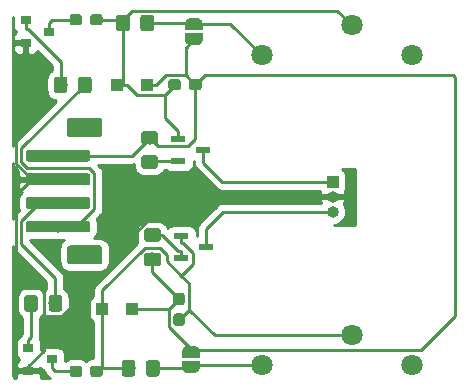
<source format=gbr>
G04 #@! TF.GenerationSoftware,KiCad,Pcbnew,(5.1.0)-1*
G04 #@! TF.CreationDate,2020-02-29T11:47:54+00:00*
G04 #@! TF.ProjectId,Line Generator,4c696e65-2047-4656-9e65-7261746f722e,rev?*
G04 #@! TF.SameCoordinates,Original*
G04 #@! TF.FileFunction,Copper,L1,Top*
G04 #@! TF.FilePolarity,Positive*
%FSLAX46Y46*%
G04 Gerber Fmt 4.6, Leading zero omitted, Abs format (unit mm)*
G04 Created by KiCad (PCBNEW (5.1.0)-1) date 2020-02-29 11:47:54*
%MOMM*%
%LPD*%
G04 APERTURE LIST*
%ADD10R,1.000000X1.000000*%
%ADD11O,1.000000X1.000000*%
%ADD12C,0.100000*%
%ADD13C,1.000000*%
%ADD14C,1.600000*%
%ADD15R,0.900000X0.800000*%
%ADD16C,1.150000*%
%ADD17C,0.950000*%
%ADD18C,0.500000*%
%ADD19R,1.300000X0.600000*%
%ADD20C,1.800000*%
%ADD21C,0.250000*%
%ADD22C,0.254000*%
G04 APERTURE END LIST*
D10*
X214250000Y-75500000D03*
X211750000Y-75500000D03*
X230000000Y-83700000D03*
D11*
X230000000Y-84970000D03*
X230000000Y-86240000D03*
D10*
X210500000Y-94500000D03*
X213000000Y-94500000D03*
D12*
G36*
X209274504Y-81001204D02*
G01*
X209298773Y-81004804D01*
X209322571Y-81010765D01*
X209345671Y-81019030D01*
X209367849Y-81029520D01*
X209388893Y-81042133D01*
X209408598Y-81056747D01*
X209426777Y-81073223D01*
X209443253Y-81091402D01*
X209457867Y-81111107D01*
X209470480Y-81132151D01*
X209480970Y-81154329D01*
X209489235Y-81177429D01*
X209495196Y-81201227D01*
X209498796Y-81225496D01*
X209500000Y-81250000D01*
X209500000Y-81750000D01*
X209498796Y-81774504D01*
X209495196Y-81798773D01*
X209489235Y-81822571D01*
X209480970Y-81845671D01*
X209470480Y-81867849D01*
X209457867Y-81888893D01*
X209443253Y-81908598D01*
X209426777Y-81926777D01*
X209408598Y-81943253D01*
X209388893Y-81957867D01*
X209367849Y-81970480D01*
X209345671Y-81980970D01*
X209322571Y-81989235D01*
X209298773Y-81995196D01*
X209274504Y-81998796D01*
X209250000Y-82000000D01*
X204250000Y-82000000D01*
X204225496Y-81998796D01*
X204201227Y-81995196D01*
X204177429Y-81989235D01*
X204154329Y-81980970D01*
X204132151Y-81970480D01*
X204111107Y-81957867D01*
X204091402Y-81943253D01*
X204073223Y-81926777D01*
X204056747Y-81908598D01*
X204042133Y-81888893D01*
X204029520Y-81867849D01*
X204019030Y-81845671D01*
X204010765Y-81822571D01*
X204004804Y-81798773D01*
X204001204Y-81774504D01*
X204000000Y-81750000D01*
X204000000Y-81250000D01*
X204001204Y-81225496D01*
X204004804Y-81201227D01*
X204010765Y-81177429D01*
X204019030Y-81154329D01*
X204029520Y-81132151D01*
X204042133Y-81111107D01*
X204056747Y-81091402D01*
X204073223Y-81073223D01*
X204091402Y-81056747D01*
X204111107Y-81042133D01*
X204132151Y-81029520D01*
X204154329Y-81019030D01*
X204177429Y-81010765D01*
X204201227Y-81004804D01*
X204225496Y-81001204D01*
X204250000Y-81000000D01*
X209250000Y-81000000D01*
X209274504Y-81001204D01*
X209274504Y-81001204D01*
G37*
D13*
X206750000Y-81500000D03*
D12*
G36*
X209274504Y-83001204D02*
G01*
X209298773Y-83004804D01*
X209322571Y-83010765D01*
X209345671Y-83019030D01*
X209367849Y-83029520D01*
X209388893Y-83042133D01*
X209408598Y-83056747D01*
X209426777Y-83073223D01*
X209443253Y-83091402D01*
X209457867Y-83111107D01*
X209470480Y-83132151D01*
X209480970Y-83154329D01*
X209489235Y-83177429D01*
X209495196Y-83201227D01*
X209498796Y-83225496D01*
X209500000Y-83250000D01*
X209500000Y-83750000D01*
X209498796Y-83774504D01*
X209495196Y-83798773D01*
X209489235Y-83822571D01*
X209480970Y-83845671D01*
X209470480Y-83867849D01*
X209457867Y-83888893D01*
X209443253Y-83908598D01*
X209426777Y-83926777D01*
X209408598Y-83943253D01*
X209388893Y-83957867D01*
X209367849Y-83970480D01*
X209345671Y-83980970D01*
X209322571Y-83989235D01*
X209298773Y-83995196D01*
X209274504Y-83998796D01*
X209250000Y-84000000D01*
X204250000Y-84000000D01*
X204225496Y-83998796D01*
X204201227Y-83995196D01*
X204177429Y-83989235D01*
X204154329Y-83980970D01*
X204132151Y-83970480D01*
X204111107Y-83957867D01*
X204091402Y-83943253D01*
X204073223Y-83926777D01*
X204056747Y-83908598D01*
X204042133Y-83888893D01*
X204029520Y-83867849D01*
X204019030Y-83845671D01*
X204010765Y-83822571D01*
X204004804Y-83798773D01*
X204001204Y-83774504D01*
X204000000Y-83750000D01*
X204000000Y-83250000D01*
X204001204Y-83225496D01*
X204004804Y-83201227D01*
X204010765Y-83177429D01*
X204019030Y-83154329D01*
X204029520Y-83132151D01*
X204042133Y-83111107D01*
X204056747Y-83091402D01*
X204073223Y-83073223D01*
X204091402Y-83056747D01*
X204111107Y-83042133D01*
X204132151Y-83029520D01*
X204154329Y-83019030D01*
X204177429Y-83010765D01*
X204201227Y-83004804D01*
X204225496Y-83001204D01*
X204250000Y-83000000D01*
X209250000Y-83000000D01*
X209274504Y-83001204D01*
X209274504Y-83001204D01*
G37*
D13*
X206750000Y-83500000D03*
D12*
G36*
X209274504Y-85001204D02*
G01*
X209298773Y-85004804D01*
X209322571Y-85010765D01*
X209345671Y-85019030D01*
X209367849Y-85029520D01*
X209388893Y-85042133D01*
X209408598Y-85056747D01*
X209426777Y-85073223D01*
X209443253Y-85091402D01*
X209457867Y-85111107D01*
X209470480Y-85132151D01*
X209480970Y-85154329D01*
X209489235Y-85177429D01*
X209495196Y-85201227D01*
X209498796Y-85225496D01*
X209500000Y-85250000D01*
X209500000Y-85750000D01*
X209498796Y-85774504D01*
X209495196Y-85798773D01*
X209489235Y-85822571D01*
X209480970Y-85845671D01*
X209470480Y-85867849D01*
X209457867Y-85888893D01*
X209443253Y-85908598D01*
X209426777Y-85926777D01*
X209408598Y-85943253D01*
X209388893Y-85957867D01*
X209367849Y-85970480D01*
X209345671Y-85980970D01*
X209322571Y-85989235D01*
X209298773Y-85995196D01*
X209274504Y-85998796D01*
X209250000Y-86000000D01*
X204250000Y-86000000D01*
X204225496Y-85998796D01*
X204201227Y-85995196D01*
X204177429Y-85989235D01*
X204154329Y-85980970D01*
X204132151Y-85970480D01*
X204111107Y-85957867D01*
X204091402Y-85943253D01*
X204073223Y-85926777D01*
X204056747Y-85908598D01*
X204042133Y-85888893D01*
X204029520Y-85867849D01*
X204019030Y-85845671D01*
X204010765Y-85822571D01*
X204004804Y-85798773D01*
X204001204Y-85774504D01*
X204000000Y-85750000D01*
X204000000Y-85250000D01*
X204001204Y-85225496D01*
X204004804Y-85201227D01*
X204010765Y-85177429D01*
X204019030Y-85154329D01*
X204029520Y-85132151D01*
X204042133Y-85111107D01*
X204056747Y-85091402D01*
X204073223Y-85073223D01*
X204091402Y-85056747D01*
X204111107Y-85042133D01*
X204132151Y-85029520D01*
X204154329Y-85019030D01*
X204177429Y-85010765D01*
X204201227Y-85004804D01*
X204225496Y-85001204D01*
X204250000Y-85000000D01*
X209250000Y-85000000D01*
X209274504Y-85001204D01*
X209274504Y-85001204D01*
G37*
D13*
X206750000Y-85500000D03*
D12*
G36*
X209274504Y-87001204D02*
G01*
X209298773Y-87004804D01*
X209322571Y-87010765D01*
X209345671Y-87019030D01*
X209367849Y-87029520D01*
X209388893Y-87042133D01*
X209408598Y-87056747D01*
X209426777Y-87073223D01*
X209443253Y-87091402D01*
X209457867Y-87111107D01*
X209470480Y-87132151D01*
X209480970Y-87154329D01*
X209489235Y-87177429D01*
X209495196Y-87201227D01*
X209498796Y-87225496D01*
X209500000Y-87250000D01*
X209500000Y-87750000D01*
X209498796Y-87774504D01*
X209495196Y-87798773D01*
X209489235Y-87822571D01*
X209480970Y-87845671D01*
X209470480Y-87867849D01*
X209457867Y-87888893D01*
X209443253Y-87908598D01*
X209426777Y-87926777D01*
X209408598Y-87943253D01*
X209388893Y-87957867D01*
X209367849Y-87970480D01*
X209345671Y-87980970D01*
X209322571Y-87989235D01*
X209298773Y-87995196D01*
X209274504Y-87998796D01*
X209250000Y-88000000D01*
X204250000Y-88000000D01*
X204225496Y-87998796D01*
X204201227Y-87995196D01*
X204177429Y-87989235D01*
X204154329Y-87980970D01*
X204132151Y-87970480D01*
X204111107Y-87957867D01*
X204091402Y-87943253D01*
X204073223Y-87926777D01*
X204056747Y-87908598D01*
X204042133Y-87888893D01*
X204029520Y-87867849D01*
X204019030Y-87845671D01*
X204010765Y-87822571D01*
X204004804Y-87798773D01*
X204001204Y-87774504D01*
X204000000Y-87750000D01*
X204000000Y-87250000D01*
X204001204Y-87225496D01*
X204004804Y-87201227D01*
X204010765Y-87177429D01*
X204019030Y-87154329D01*
X204029520Y-87132151D01*
X204042133Y-87111107D01*
X204056747Y-87091402D01*
X204073223Y-87073223D01*
X204091402Y-87056747D01*
X204111107Y-87042133D01*
X204132151Y-87029520D01*
X204154329Y-87019030D01*
X204177429Y-87010765D01*
X204201227Y-87004804D01*
X204225496Y-87001204D01*
X204250000Y-87000000D01*
X209250000Y-87000000D01*
X209274504Y-87001204D01*
X209274504Y-87001204D01*
G37*
D13*
X206750000Y-87500000D03*
D12*
G36*
X210274504Y-78301204D02*
G01*
X210298773Y-78304804D01*
X210322571Y-78310765D01*
X210345671Y-78319030D01*
X210367849Y-78329520D01*
X210388893Y-78342133D01*
X210408598Y-78356747D01*
X210426777Y-78373223D01*
X210443253Y-78391402D01*
X210457867Y-78411107D01*
X210470480Y-78432151D01*
X210480970Y-78454329D01*
X210489235Y-78477429D01*
X210495196Y-78501227D01*
X210498796Y-78525496D01*
X210500000Y-78550000D01*
X210500000Y-79650000D01*
X210498796Y-79674504D01*
X210495196Y-79698773D01*
X210489235Y-79722571D01*
X210480970Y-79745671D01*
X210470480Y-79767849D01*
X210457867Y-79788893D01*
X210443253Y-79808598D01*
X210426777Y-79826777D01*
X210408598Y-79843253D01*
X210388893Y-79857867D01*
X210367849Y-79870480D01*
X210345671Y-79880970D01*
X210322571Y-79889235D01*
X210298773Y-79895196D01*
X210274504Y-79898796D01*
X210250000Y-79900000D01*
X207750000Y-79900000D01*
X207725496Y-79898796D01*
X207701227Y-79895196D01*
X207677429Y-79889235D01*
X207654329Y-79880970D01*
X207632151Y-79870480D01*
X207611107Y-79857867D01*
X207591402Y-79843253D01*
X207573223Y-79826777D01*
X207556747Y-79808598D01*
X207542133Y-79788893D01*
X207529520Y-79767849D01*
X207519030Y-79745671D01*
X207510765Y-79722571D01*
X207504804Y-79698773D01*
X207501204Y-79674504D01*
X207500000Y-79650000D01*
X207500000Y-78550000D01*
X207501204Y-78525496D01*
X207504804Y-78501227D01*
X207510765Y-78477429D01*
X207519030Y-78454329D01*
X207529520Y-78432151D01*
X207542133Y-78411107D01*
X207556747Y-78391402D01*
X207573223Y-78373223D01*
X207591402Y-78356747D01*
X207611107Y-78342133D01*
X207632151Y-78329520D01*
X207654329Y-78319030D01*
X207677429Y-78310765D01*
X207701227Y-78304804D01*
X207725496Y-78301204D01*
X207750000Y-78300000D01*
X210250000Y-78300000D01*
X210274504Y-78301204D01*
X210274504Y-78301204D01*
G37*
D14*
X209000000Y-79100000D03*
D12*
G36*
X210274504Y-89101204D02*
G01*
X210298773Y-89104804D01*
X210322571Y-89110765D01*
X210345671Y-89119030D01*
X210367849Y-89129520D01*
X210388893Y-89142133D01*
X210408598Y-89156747D01*
X210426777Y-89173223D01*
X210443253Y-89191402D01*
X210457867Y-89211107D01*
X210470480Y-89232151D01*
X210480970Y-89254329D01*
X210489235Y-89277429D01*
X210495196Y-89301227D01*
X210498796Y-89325496D01*
X210500000Y-89350000D01*
X210500000Y-90450000D01*
X210498796Y-90474504D01*
X210495196Y-90498773D01*
X210489235Y-90522571D01*
X210480970Y-90545671D01*
X210470480Y-90567849D01*
X210457867Y-90588893D01*
X210443253Y-90608598D01*
X210426777Y-90626777D01*
X210408598Y-90643253D01*
X210388893Y-90657867D01*
X210367849Y-90670480D01*
X210345671Y-90680970D01*
X210322571Y-90689235D01*
X210298773Y-90695196D01*
X210274504Y-90698796D01*
X210250000Y-90700000D01*
X207750000Y-90700000D01*
X207725496Y-90698796D01*
X207701227Y-90695196D01*
X207677429Y-90689235D01*
X207654329Y-90680970D01*
X207632151Y-90670480D01*
X207611107Y-90657867D01*
X207591402Y-90643253D01*
X207573223Y-90626777D01*
X207556747Y-90608598D01*
X207542133Y-90588893D01*
X207529520Y-90567849D01*
X207519030Y-90545671D01*
X207510765Y-90522571D01*
X207504804Y-90498773D01*
X207501204Y-90474504D01*
X207500000Y-90450000D01*
X207500000Y-89350000D01*
X207501204Y-89325496D01*
X207504804Y-89301227D01*
X207510765Y-89277429D01*
X207519030Y-89254329D01*
X207529520Y-89232151D01*
X207542133Y-89211107D01*
X207556747Y-89191402D01*
X207573223Y-89173223D01*
X207591402Y-89156747D01*
X207611107Y-89142133D01*
X207632151Y-89129520D01*
X207654329Y-89119030D01*
X207677429Y-89110765D01*
X207701227Y-89104804D01*
X207725496Y-89101204D01*
X207750000Y-89100000D01*
X210250000Y-89100000D01*
X210274504Y-89101204D01*
X210274504Y-89101204D01*
G37*
D14*
X209000000Y-89900000D03*
D15*
X204000000Y-70050000D03*
X204000000Y-71950000D03*
X206000000Y-71000000D03*
X206250000Y-98750000D03*
X204250000Y-99700000D03*
X204250000Y-97800000D03*
D12*
G36*
X207324505Y-74801204D02*
G01*
X207348773Y-74804804D01*
X207372572Y-74810765D01*
X207395671Y-74819030D01*
X207417850Y-74829520D01*
X207438893Y-74842132D01*
X207458599Y-74856747D01*
X207476777Y-74873223D01*
X207493253Y-74891401D01*
X207507868Y-74911107D01*
X207520480Y-74932150D01*
X207530970Y-74954329D01*
X207539235Y-74977428D01*
X207545196Y-75001227D01*
X207548796Y-75025495D01*
X207550000Y-75049999D01*
X207550000Y-75950001D01*
X207548796Y-75974505D01*
X207545196Y-75998773D01*
X207539235Y-76022572D01*
X207530970Y-76045671D01*
X207520480Y-76067850D01*
X207507868Y-76088893D01*
X207493253Y-76108599D01*
X207476777Y-76126777D01*
X207458599Y-76143253D01*
X207438893Y-76157868D01*
X207417850Y-76170480D01*
X207395671Y-76180970D01*
X207372572Y-76189235D01*
X207348773Y-76195196D01*
X207324505Y-76198796D01*
X207300001Y-76200000D01*
X206649999Y-76200000D01*
X206625495Y-76198796D01*
X206601227Y-76195196D01*
X206577428Y-76189235D01*
X206554329Y-76180970D01*
X206532150Y-76170480D01*
X206511107Y-76157868D01*
X206491401Y-76143253D01*
X206473223Y-76126777D01*
X206456747Y-76108599D01*
X206442132Y-76088893D01*
X206429520Y-76067850D01*
X206419030Y-76045671D01*
X206410765Y-76022572D01*
X206404804Y-75998773D01*
X206401204Y-75974505D01*
X206400000Y-75950001D01*
X206400000Y-75049999D01*
X206401204Y-75025495D01*
X206404804Y-75001227D01*
X206410765Y-74977428D01*
X206419030Y-74954329D01*
X206429520Y-74932150D01*
X206442132Y-74911107D01*
X206456747Y-74891401D01*
X206473223Y-74873223D01*
X206491401Y-74856747D01*
X206511107Y-74842132D01*
X206532150Y-74829520D01*
X206554329Y-74819030D01*
X206577428Y-74810765D01*
X206601227Y-74804804D01*
X206625495Y-74801204D01*
X206649999Y-74800000D01*
X207300001Y-74800000D01*
X207324505Y-74801204D01*
X207324505Y-74801204D01*
G37*
D16*
X206975000Y-75500000D03*
D12*
G36*
X209374505Y-74801204D02*
G01*
X209398773Y-74804804D01*
X209422572Y-74810765D01*
X209445671Y-74819030D01*
X209467850Y-74829520D01*
X209488893Y-74842132D01*
X209508599Y-74856747D01*
X209526777Y-74873223D01*
X209543253Y-74891401D01*
X209557868Y-74911107D01*
X209570480Y-74932150D01*
X209580970Y-74954329D01*
X209589235Y-74977428D01*
X209595196Y-75001227D01*
X209598796Y-75025495D01*
X209600000Y-75049999D01*
X209600000Y-75950001D01*
X209598796Y-75974505D01*
X209595196Y-75998773D01*
X209589235Y-76022572D01*
X209580970Y-76045671D01*
X209570480Y-76067850D01*
X209557868Y-76088893D01*
X209543253Y-76108599D01*
X209526777Y-76126777D01*
X209508599Y-76143253D01*
X209488893Y-76157868D01*
X209467850Y-76170480D01*
X209445671Y-76180970D01*
X209422572Y-76189235D01*
X209398773Y-76195196D01*
X209374505Y-76198796D01*
X209350001Y-76200000D01*
X208699999Y-76200000D01*
X208675495Y-76198796D01*
X208651227Y-76195196D01*
X208627428Y-76189235D01*
X208604329Y-76180970D01*
X208582150Y-76170480D01*
X208561107Y-76157868D01*
X208541401Y-76143253D01*
X208523223Y-76126777D01*
X208506747Y-76108599D01*
X208492132Y-76088893D01*
X208479520Y-76067850D01*
X208469030Y-76045671D01*
X208460765Y-76022572D01*
X208454804Y-75998773D01*
X208451204Y-75974505D01*
X208450000Y-75950001D01*
X208450000Y-75049999D01*
X208451204Y-75025495D01*
X208454804Y-75001227D01*
X208460765Y-74977428D01*
X208469030Y-74954329D01*
X208479520Y-74932150D01*
X208492132Y-74911107D01*
X208506747Y-74891401D01*
X208523223Y-74873223D01*
X208541401Y-74856747D01*
X208561107Y-74842132D01*
X208582150Y-74829520D01*
X208604329Y-74819030D01*
X208627428Y-74810765D01*
X208651227Y-74804804D01*
X208675495Y-74801204D01*
X208699999Y-74800000D01*
X209350001Y-74800000D01*
X209374505Y-74801204D01*
X209374505Y-74801204D01*
G37*
D16*
X209025000Y-75500000D03*
D12*
G36*
X216935779Y-75026144D02*
G01*
X216958834Y-75029563D01*
X216981443Y-75035227D01*
X217003387Y-75043079D01*
X217024457Y-75053044D01*
X217044448Y-75065026D01*
X217063168Y-75078910D01*
X217080438Y-75094562D01*
X217096090Y-75111832D01*
X217109974Y-75130552D01*
X217121956Y-75150543D01*
X217131921Y-75171613D01*
X217139773Y-75193557D01*
X217145437Y-75216166D01*
X217148856Y-75239221D01*
X217150000Y-75262500D01*
X217150000Y-75737500D01*
X217148856Y-75760779D01*
X217145437Y-75783834D01*
X217139773Y-75806443D01*
X217131921Y-75828387D01*
X217121956Y-75849457D01*
X217109974Y-75869448D01*
X217096090Y-75888168D01*
X217080438Y-75905438D01*
X217063168Y-75921090D01*
X217044448Y-75934974D01*
X217024457Y-75946956D01*
X217003387Y-75956921D01*
X216981443Y-75964773D01*
X216958834Y-75970437D01*
X216935779Y-75973856D01*
X216912500Y-75975000D01*
X216337500Y-75975000D01*
X216314221Y-75973856D01*
X216291166Y-75970437D01*
X216268557Y-75964773D01*
X216246613Y-75956921D01*
X216225543Y-75946956D01*
X216205552Y-75934974D01*
X216186832Y-75921090D01*
X216169562Y-75905438D01*
X216153910Y-75888168D01*
X216140026Y-75869448D01*
X216128044Y-75849457D01*
X216118079Y-75828387D01*
X216110227Y-75806443D01*
X216104563Y-75783834D01*
X216101144Y-75760779D01*
X216100000Y-75737500D01*
X216100000Y-75262500D01*
X216101144Y-75239221D01*
X216104563Y-75216166D01*
X216110227Y-75193557D01*
X216118079Y-75171613D01*
X216128044Y-75150543D01*
X216140026Y-75130552D01*
X216153910Y-75111832D01*
X216169562Y-75094562D01*
X216186832Y-75078910D01*
X216205552Y-75065026D01*
X216225543Y-75053044D01*
X216246613Y-75043079D01*
X216268557Y-75035227D01*
X216291166Y-75029563D01*
X216314221Y-75026144D01*
X216337500Y-75025000D01*
X216912500Y-75025000D01*
X216935779Y-75026144D01*
X216935779Y-75026144D01*
G37*
D17*
X216625000Y-75500000D03*
D12*
G36*
X218685779Y-75026144D02*
G01*
X218708834Y-75029563D01*
X218731443Y-75035227D01*
X218753387Y-75043079D01*
X218774457Y-75053044D01*
X218794448Y-75065026D01*
X218813168Y-75078910D01*
X218830438Y-75094562D01*
X218846090Y-75111832D01*
X218859974Y-75130552D01*
X218871956Y-75150543D01*
X218881921Y-75171613D01*
X218889773Y-75193557D01*
X218895437Y-75216166D01*
X218898856Y-75239221D01*
X218900000Y-75262500D01*
X218900000Y-75737500D01*
X218898856Y-75760779D01*
X218895437Y-75783834D01*
X218889773Y-75806443D01*
X218881921Y-75828387D01*
X218871956Y-75849457D01*
X218859974Y-75869448D01*
X218846090Y-75888168D01*
X218830438Y-75905438D01*
X218813168Y-75921090D01*
X218794448Y-75934974D01*
X218774457Y-75946956D01*
X218753387Y-75956921D01*
X218731443Y-75964773D01*
X218708834Y-75970437D01*
X218685779Y-75973856D01*
X218662500Y-75975000D01*
X218087500Y-75975000D01*
X218064221Y-75973856D01*
X218041166Y-75970437D01*
X218018557Y-75964773D01*
X217996613Y-75956921D01*
X217975543Y-75946956D01*
X217955552Y-75934974D01*
X217936832Y-75921090D01*
X217919562Y-75905438D01*
X217903910Y-75888168D01*
X217890026Y-75869448D01*
X217878044Y-75849457D01*
X217868079Y-75828387D01*
X217860227Y-75806443D01*
X217854563Y-75783834D01*
X217851144Y-75760779D01*
X217850000Y-75737500D01*
X217850000Y-75262500D01*
X217851144Y-75239221D01*
X217854563Y-75216166D01*
X217860227Y-75193557D01*
X217868079Y-75171613D01*
X217878044Y-75150543D01*
X217890026Y-75130552D01*
X217903910Y-75111832D01*
X217919562Y-75094562D01*
X217936832Y-75078910D01*
X217955552Y-75065026D01*
X217975543Y-75053044D01*
X217996613Y-75043079D01*
X218018557Y-75035227D01*
X218041166Y-75029563D01*
X218064221Y-75026144D01*
X218087500Y-75025000D01*
X218662500Y-75025000D01*
X218685779Y-75026144D01*
X218685779Y-75026144D01*
G37*
D17*
X218375000Y-75500000D03*
D12*
G36*
X210310779Y-69526144D02*
G01*
X210333834Y-69529563D01*
X210356443Y-69535227D01*
X210378387Y-69543079D01*
X210399457Y-69553044D01*
X210419448Y-69565026D01*
X210438168Y-69578910D01*
X210455438Y-69594562D01*
X210471090Y-69611832D01*
X210484974Y-69630552D01*
X210496956Y-69650543D01*
X210506921Y-69671613D01*
X210514773Y-69693557D01*
X210520437Y-69716166D01*
X210523856Y-69739221D01*
X210525000Y-69762500D01*
X210525000Y-70237500D01*
X210523856Y-70260779D01*
X210520437Y-70283834D01*
X210514773Y-70306443D01*
X210506921Y-70328387D01*
X210496956Y-70349457D01*
X210484974Y-70369448D01*
X210471090Y-70388168D01*
X210455438Y-70405438D01*
X210438168Y-70421090D01*
X210419448Y-70434974D01*
X210399457Y-70446956D01*
X210378387Y-70456921D01*
X210356443Y-70464773D01*
X210333834Y-70470437D01*
X210310779Y-70473856D01*
X210287500Y-70475000D01*
X209712500Y-70475000D01*
X209689221Y-70473856D01*
X209666166Y-70470437D01*
X209643557Y-70464773D01*
X209621613Y-70456921D01*
X209600543Y-70446956D01*
X209580552Y-70434974D01*
X209561832Y-70421090D01*
X209544562Y-70405438D01*
X209528910Y-70388168D01*
X209515026Y-70369448D01*
X209503044Y-70349457D01*
X209493079Y-70328387D01*
X209485227Y-70306443D01*
X209479563Y-70283834D01*
X209476144Y-70260779D01*
X209475000Y-70237500D01*
X209475000Y-69762500D01*
X209476144Y-69739221D01*
X209479563Y-69716166D01*
X209485227Y-69693557D01*
X209493079Y-69671613D01*
X209503044Y-69650543D01*
X209515026Y-69630552D01*
X209528910Y-69611832D01*
X209544562Y-69594562D01*
X209561832Y-69578910D01*
X209580552Y-69565026D01*
X209600543Y-69553044D01*
X209621613Y-69543079D01*
X209643557Y-69535227D01*
X209666166Y-69529563D01*
X209689221Y-69526144D01*
X209712500Y-69525000D01*
X210287500Y-69525000D01*
X210310779Y-69526144D01*
X210310779Y-69526144D01*
G37*
D17*
X210000000Y-70000000D03*
D12*
G36*
X208560779Y-69526144D02*
G01*
X208583834Y-69529563D01*
X208606443Y-69535227D01*
X208628387Y-69543079D01*
X208649457Y-69553044D01*
X208669448Y-69565026D01*
X208688168Y-69578910D01*
X208705438Y-69594562D01*
X208721090Y-69611832D01*
X208734974Y-69630552D01*
X208746956Y-69650543D01*
X208756921Y-69671613D01*
X208764773Y-69693557D01*
X208770437Y-69716166D01*
X208773856Y-69739221D01*
X208775000Y-69762500D01*
X208775000Y-70237500D01*
X208773856Y-70260779D01*
X208770437Y-70283834D01*
X208764773Y-70306443D01*
X208756921Y-70328387D01*
X208746956Y-70349457D01*
X208734974Y-70369448D01*
X208721090Y-70388168D01*
X208705438Y-70405438D01*
X208688168Y-70421090D01*
X208669448Y-70434974D01*
X208649457Y-70446956D01*
X208628387Y-70456921D01*
X208606443Y-70464773D01*
X208583834Y-70470437D01*
X208560779Y-70473856D01*
X208537500Y-70475000D01*
X207962500Y-70475000D01*
X207939221Y-70473856D01*
X207916166Y-70470437D01*
X207893557Y-70464773D01*
X207871613Y-70456921D01*
X207850543Y-70446956D01*
X207830552Y-70434974D01*
X207811832Y-70421090D01*
X207794562Y-70405438D01*
X207778910Y-70388168D01*
X207765026Y-70369448D01*
X207753044Y-70349457D01*
X207743079Y-70328387D01*
X207735227Y-70306443D01*
X207729563Y-70283834D01*
X207726144Y-70260779D01*
X207725000Y-70237500D01*
X207725000Y-69762500D01*
X207726144Y-69739221D01*
X207729563Y-69716166D01*
X207735227Y-69693557D01*
X207743079Y-69671613D01*
X207753044Y-69650543D01*
X207765026Y-69630552D01*
X207778910Y-69611832D01*
X207794562Y-69594562D01*
X207811832Y-69578910D01*
X207830552Y-69565026D01*
X207850543Y-69553044D01*
X207871613Y-69543079D01*
X207893557Y-69535227D01*
X207916166Y-69529563D01*
X207939221Y-69526144D01*
X207962500Y-69525000D01*
X208537500Y-69525000D01*
X208560779Y-69526144D01*
X208560779Y-69526144D01*
G37*
D17*
X208250000Y-70000000D03*
D12*
G36*
X214974505Y-81451204D02*
G01*
X214998773Y-81454804D01*
X215022572Y-81460765D01*
X215045671Y-81469030D01*
X215067850Y-81479520D01*
X215088893Y-81492132D01*
X215108599Y-81506747D01*
X215126777Y-81523223D01*
X215143253Y-81541401D01*
X215157868Y-81561107D01*
X215170480Y-81582150D01*
X215180970Y-81604329D01*
X215189235Y-81627428D01*
X215195196Y-81651227D01*
X215198796Y-81675495D01*
X215200000Y-81699999D01*
X215200000Y-82350001D01*
X215198796Y-82374505D01*
X215195196Y-82398773D01*
X215189235Y-82422572D01*
X215180970Y-82445671D01*
X215170480Y-82467850D01*
X215157868Y-82488893D01*
X215143253Y-82508599D01*
X215126777Y-82526777D01*
X215108599Y-82543253D01*
X215088893Y-82557868D01*
X215067850Y-82570480D01*
X215045671Y-82580970D01*
X215022572Y-82589235D01*
X214998773Y-82595196D01*
X214974505Y-82598796D01*
X214950001Y-82600000D01*
X214049999Y-82600000D01*
X214025495Y-82598796D01*
X214001227Y-82595196D01*
X213977428Y-82589235D01*
X213954329Y-82580970D01*
X213932150Y-82570480D01*
X213911107Y-82557868D01*
X213891401Y-82543253D01*
X213873223Y-82526777D01*
X213856747Y-82508599D01*
X213842132Y-82488893D01*
X213829520Y-82467850D01*
X213819030Y-82445671D01*
X213810765Y-82422572D01*
X213804804Y-82398773D01*
X213801204Y-82374505D01*
X213800000Y-82350001D01*
X213800000Y-81699999D01*
X213801204Y-81675495D01*
X213804804Y-81651227D01*
X213810765Y-81627428D01*
X213819030Y-81604329D01*
X213829520Y-81582150D01*
X213842132Y-81561107D01*
X213856747Y-81541401D01*
X213873223Y-81523223D01*
X213891401Y-81506747D01*
X213911107Y-81492132D01*
X213932150Y-81479520D01*
X213954329Y-81469030D01*
X213977428Y-81460765D01*
X214001227Y-81454804D01*
X214025495Y-81451204D01*
X214049999Y-81450000D01*
X214950001Y-81450000D01*
X214974505Y-81451204D01*
X214974505Y-81451204D01*
G37*
D16*
X214500000Y-82025000D03*
D12*
G36*
X214974505Y-79401204D02*
G01*
X214998773Y-79404804D01*
X215022572Y-79410765D01*
X215045671Y-79419030D01*
X215067850Y-79429520D01*
X215088893Y-79442132D01*
X215108599Y-79456747D01*
X215126777Y-79473223D01*
X215143253Y-79491401D01*
X215157868Y-79511107D01*
X215170480Y-79532150D01*
X215180970Y-79554329D01*
X215189235Y-79577428D01*
X215195196Y-79601227D01*
X215198796Y-79625495D01*
X215200000Y-79649999D01*
X215200000Y-80300001D01*
X215198796Y-80324505D01*
X215195196Y-80348773D01*
X215189235Y-80372572D01*
X215180970Y-80395671D01*
X215170480Y-80417850D01*
X215157868Y-80438893D01*
X215143253Y-80458599D01*
X215126777Y-80476777D01*
X215108599Y-80493253D01*
X215088893Y-80507868D01*
X215067850Y-80520480D01*
X215045671Y-80530970D01*
X215022572Y-80539235D01*
X214998773Y-80545196D01*
X214974505Y-80548796D01*
X214950001Y-80550000D01*
X214049999Y-80550000D01*
X214025495Y-80548796D01*
X214001227Y-80545196D01*
X213977428Y-80539235D01*
X213954329Y-80530970D01*
X213932150Y-80520480D01*
X213911107Y-80507868D01*
X213891401Y-80493253D01*
X213873223Y-80476777D01*
X213856747Y-80458599D01*
X213842132Y-80438893D01*
X213829520Y-80417850D01*
X213819030Y-80395671D01*
X213810765Y-80372572D01*
X213804804Y-80348773D01*
X213801204Y-80324505D01*
X213800000Y-80300001D01*
X213800000Y-79649999D01*
X213801204Y-79625495D01*
X213804804Y-79601227D01*
X213810765Y-79577428D01*
X213819030Y-79554329D01*
X213829520Y-79532150D01*
X213842132Y-79511107D01*
X213856747Y-79491401D01*
X213873223Y-79473223D01*
X213891401Y-79456747D01*
X213911107Y-79442132D01*
X213932150Y-79429520D01*
X213954329Y-79419030D01*
X213977428Y-79410765D01*
X214001227Y-79404804D01*
X214025495Y-79401204D01*
X214049999Y-79400000D01*
X214950001Y-79400000D01*
X214974505Y-79401204D01*
X214974505Y-79401204D01*
G37*
D16*
X214500000Y-79975000D03*
D12*
G36*
X215224505Y-87651204D02*
G01*
X215248773Y-87654804D01*
X215272572Y-87660765D01*
X215295671Y-87669030D01*
X215317850Y-87679520D01*
X215338893Y-87692132D01*
X215358599Y-87706747D01*
X215376777Y-87723223D01*
X215393253Y-87741401D01*
X215407868Y-87761107D01*
X215420480Y-87782150D01*
X215430970Y-87804329D01*
X215439235Y-87827428D01*
X215445196Y-87851227D01*
X215448796Y-87875495D01*
X215450000Y-87899999D01*
X215450000Y-88550001D01*
X215448796Y-88574505D01*
X215445196Y-88598773D01*
X215439235Y-88622572D01*
X215430970Y-88645671D01*
X215420480Y-88667850D01*
X215407868Y-88688893D01*
X215393253Y-88708599D01*
X215376777Y-88726777D01*
X215358599Y-88743253D01*
X215338893Y-88757868D01*
X215317850Y-88770480D01*
X215295671Y-88780970D01*
X215272572Y-88789235D01*
X215248773Y-88795196D01*
X215224505Y-88798796D01*
X215200001Y-88800000D01*
X214299999Y-88800000D01*
X214275495Y-88798796D01*
X214251227Y-88795196D01*
X214227428Y-88789235D01*
X214204329Y-88780970D01*
X214182150Y-88770480D01*
X214161107Y-88757868D01*
X214141401Y-88743253D01*
X214123223Y-88726777D01*
X214106747Y-88708599D01*
X214092132Y-88688893D01*
X214079520Y-88667850D01*
X214069030Y-88645671D01*
X214060765Y-88622572D01*
X214054804Y-88598773D01*
X214051204Y-88574505D01*
X214050000Y-88550001D01*
X214050000Y-87899999D01*
X214051204Y-87875495D01*
X214054804Y-87851227D01*
X214060765Y-87827428D01*
X214069030Y-87804329D01*
X214079520Y-87782150D01*
X214092132Y-87761107D01*
X214106747Y-87741401D01*
X214123223Y-87723223D01*
X214141401Y-87706747D01*
X214161107Y-87692132D01*
X214182150Y-87679520D01*
X214204329Y-87669030D01*
X214227428Y-87660765D01*
X214251227Y-87654804D01*
X214275495Y-87651204D01*
X214299999Y-87650000D01*
X215200001Y-87650000D01*
X215224505Y-87651204D01*
X215224505Y-87651204D01*
G37*
D16*
X214750000Y-88225000D03*
D12*
G36*
X215224505Y-89701204D02*
G01*
X215248773Y-89704804D01*
X215272572Y-89710765D01*
X215295671Y-89719030D01*
X215317850Y-89729520D01*
X215338893Y-89742132D01*
X215358599Y-89756747D01*
X215376777Y-89773223D01*
X215393253Y-89791401D01*
X215407868Y-89811107D01*
X215420480Y-89832150D01*
X215430970Y-89854329D01*
X215439235Y-89877428D01*
X215445196Y-89901227D01*
X215448796Y-89925495D01*
X215450000Y-89949999D01*
X215450000Y-90600001D01*
X215448796Y-90624505D01*
X215445196Y-90648773D01*
X215439235Y-90672572D01*
X215430970Y-90695671D01*
X215420480Y-90717850D01*
X215407868Y-90738893D01*
X215393253Y-90758599D01*
X215376777Y-90776777D01*
X215358599Y-90793253D01*
X215338893Y-90807868D01*
X215317850Y-90820480D01*
X215295671Y-90830970D01*
X215272572Y-90839235D01*
X215248773Y-90845196D01*
X215224505Y-90848796D01*
X215200001Y-90850000D01*
X214299999Y-90850000D01*
X214275495Y-90848796D01*
X214251227Y-90845196D01*
X214227428Y-90839235D01*
X214204329Y-90830970D01*
X214182150Y-90820480D01*
X214161107Y-90807868D01*
X214141401Y-90793253D01*
X214123223Y-90776777D01*
X214106747Y-90758599D01*
X214092132Y-90738893D01*
X214079520Y-90717850D01*
X214069030Y-90695671D01*
X214060765Y-90672572D01*
X214054804Y-90648773D01*
X214051204Y-90624505D01*
X214050000Y-90600001D01*
X214050000Y-89949999D01*
X214051204Y-89925495D01*
X214054804Y-89901227D01*
X214060765Y-89877428D01*
X214069030Y-89854329D01*
X214079520Y-89832150D01*
X214092132Y-89811107D01*
X214106747Y-89791401D01*
X214123223Y-89773223D01*
X214141401Y-89756747D01*
X214161107Y-89742132D01*
X214182150Y-89729520D01*
X214204329Y-89719030D01*
X214227428Y-89710765D01*
X214251227Y-89704804D01*
X214275495Y-89701204D01*
X214299999Y-89700000D01*
X215200001Y-89700000D01*
X215224505Y-89701204D01*
X215224505Y-89701204D01*
G37*
D16*
X214750000Y-90275000D03*
D12*
G36*
X217260779Y-93101144D02*
G01*
X217283834Y-93104563D01*
X217306443Y-93110227D01*
X217328387Y-93118079D01*
X217349457Y-93128044D01*
X217369448Y-93140026D01*
X217388168Y-93153910D01*
X217405438Y-93169562D01*
X217421090Y-93186832D01*
X217434974Y-93205552D01*
X217446956Y-93225543D01*
X217456921Y-93246613D01*
X217464773Y-93268557D01*
X217470437Y-93291166D01*
X217473856Y-93314221D01*
X217475000Y-93337500D01*
X217475000Y-93912500D01*
X217473856Y-93935779D01*
X217470437Y-93958834D01*
X217464773Y-93981443D01*
X217456921Y-94003387D01*
X217446956Y-94024457D01*
X217434974Y-94044448D01*
X217421090Y-94063168D01*
X217405438Y-94080438D01*
X217388168Y-94096090D01*
X217369448Y-94109974D01*
X217349457Y-94121956D01*
X217328387Y-94131921D01*
X217306443Y-94139773D01*
X217283834Y-94145437D01*
X217260779Y-94148856D01*
X217237500Y-94150000D01*
X216762500Y-94150000D01*
X216739221Y-94148856D01*
X216716166Y-94145437D01*
X216693557Y-94139773D01*
X216671613Y-94131921D01*
X216650543Y-94121956D01*
X216630552Y-94109974D01*
X216611832Y-94096090D01*
X216594562Y-94080438D01*
X216578910Y-94063168D01*
X216565026Y-94044448D01*
X216553044Y-94024457D01*
X216543079Y-94003387D01*
X216535227Y-93981443D01*
X216529563Y-93958834D01*
X216526144Y-93935779D01*
X216525000Y-93912500D01*
X216525000Y-93337500D01*
X216526144Y-93314221D01*
X216529563Y-93291166D01*
X216535227Y-93268557D01*
X216543079Y-93246613D01*
X216553044Y-93225543D01*
X216565026Y-93205552D01*
X216578910Y-93186832D01*
X216594562Y-93169562D01*
X216611832Y-93153910D01*
X216630552Y-93140026D01*
X216650543Y-93128044D01*
X216671613Y-93118079D01*
X216693557Y-93110227D01*
X216716166Y-93104563D01*
X216739221Y-93101144D01*
X216762500Y-93100000D01*
X217237500Y-93100000D01*
X217260779Y-93101144D01*
X217260779Y-93101144D01*
G37*
D17*
X217000000Y-93625000D03*
D12*
G36*
X217260779Y-94851144D02*
G01*
X217283834Y-94854563D01*
X217306443Y-94860227D01*
X217328387Y-94868079D01*
X217349457Y-94878044D01*
X217369448Y-94890026D01*
X217388168Y-94903910D01*
X217405438Y-94919562D01*
X217421090Y-94936832D01*
X217434974Y-94955552D01*
X217446956Y-94975543D01*
X217456921Y-94996613D01*
X217464773Y-95018557D01*
X217470437Y-95041166D01*
X217473856Y-95064221D01*
X217475000Y-95087500D01*
X217475000Y-95662500D01*
X217473856Y-95685779D01*
X217470437Y-95708834D01*
X217464773Y-95731443D01*
X217456921Y-95753387D01*
X217446956Y-95774457D01*
X217434974Y-95794448D01*
X217421090Y-95813168D01*
X217405438Y-95830438D01*
X217388168Y-95846090D01*
X217369448Y-95859974D01*
X217349457Y-95871956D01*
X217328387Y-95881921D01*
X217306443Y-95889773D01*
X217283834Y-95895437D01*
X217260779Y-95898856D01*
X217237500Y-95900000D01*
X216762500Y-95900000D01*
X216739221Y-95898856D01*
X216716166Y-95895437D01*
X216693557Y-95889773D01*
X216671613Y-95881921D01*
X216650543Y-95871956D01*
X216630552Y-95859974D01*
X216611832Y-95846090D01*
X216594562Y-95830438D01*
X216578910Y-95813168D01*
X216565026Y-95794448D01*
X216553044Y-95774457D01*
X216543079Y-95753387D01*
X216535227Y-95731443D01*
X216529563Y-95708834D01*
X216526144Y-95685779D01*
X216525000Y-95662500D01*
X216525000Y-95087500D01*
X216526144Y-95064221D01*
X216529563Y-95041166D01*
X216535227Y-95018557D01*
X216543079Y-94996613D01*
X216553044Y-94975543D01*
X216565026Y-94955552D01*
X216578910Y-94936832D01*
X216594562Y-94919562D01*
X216611832Y-94903910D01*
X216630552Y-94890026D01*
X216650543Y-94878044D01*
X216671613Y-94868079D01*
X216693557Y-94860227D01*
X216716166Y-94854563D01*
X216739221Y-94851144D01*
X216762500Y-94850000D01*
X217237500Y-94850000D01*
X217260779Y-94851144D01*
X217260779Y-94851144D01*
G37*
D17*
X217000000Y-95375000D03*
D12*
G36*
X208560779Y-99276144D02*
G01*
X208583834Y-99279563D01*
X208606443Y-99285227D01*
X208628387Y-99293079D01*
X208649457Y-99303044D01*
X208669448Y-99315026D01*
X208688168Y-99328910D01*
X208705438Y-99344562D01*
X208721090Y-99361832D01*
X208734974Y-99380552D01*
X208746956Y-99400543D01*
X208756921Y-99421613D01*
X208764773Y-99443557D01*
X208770437Y-99466166D01*
X208773856Y-99489221D01*
X208775000Y-99512500D01*
X208775000Y-99987500D01*
X208773856Y-100010779D01*
X208770437Y-100033834D01*
X208764773Y-100056443D01*
X208756921Y-100078387D01*
X208746956Y-100099457D01*
X208734974Y-100119448D01*
X208721090Y-100138168D01*
X208705438Y-100155438D01*
X208688168Y-100171090D01*
X208669448Y-100184974D01*
X208649457Y-100196956D01*
X208628387Y-100206921D01*
X208606443Y-100214773D01*
X208583834Y-100220437D01*
X208560779Y-100223856D01*
X208537500Y-100225000D01*
X207962500Y-100225000D01*
X207939221Y-100223856D01*
X207916166Y-100220437D01*
X207893557Y-100214773D01*
X207871613Y-100206921D01*
X207850543Y-100196956D01*
X207830552Y-100184974D01*
X207811832Y-100171090D01*
X207794562Y-100155438D01*
X207778910Y-100138168D01*
X207765026Y-100119448D01*
X207753044Y-100099457D01*
X207743079Y-100078387D01*
X207735227Y-100056443D01*
X207729563Y-100033834D01*
X207726144Y-100010779D01*
X207725000Y-99987500D01*
X207725000Y-99512500D01*
X207726144Y-99489221D01*
X207729563Y-99466166D01*
X207735227Y-99443557D01*
X207743079Y-99421613D01*
X207753044Y-99400543D01*
X207765026Y-99380552D01*
X207778910Y-99361832D01*
X207794562Y-99344562D01*
X207811832Y-99328910D01*
X207830552Y-99315026D01*
X207850543Y-99303044D01*
X207871613Y-99293079D01*
X207893557Y-99285227D01*
X207916166Y-99279563D01*
X207939221Y-99276144D01*
X207962500Y-99275000D01*
X208537500Y-99275000D01*
X208560779Y-99276144D01*
X208560779Y-99276144D01*
G37*
D17*
X208250000Y-99750000D03*
D12*
G36*
X210310779Y-99276144D02*
G01*
X210333834Y-99279563D01*
X210356443Y-99285227D01*
X210378387Y-99293079D01*
X210399457Y-99303044D01*
X210419448Y-99315026D01*
X210438168Y-99328910D01*
X210455438Y-99344562D01*
X210471090Y-99361832D01*
X210484974Y-99380552D01*
X210496956Y-99400543D01*
X210506921Y-99421613D01*
X210514773Y-99443557D01*
X210520437Y-99466166D01*
X210523856Y-99489221D01*
X210525000Y-99512500D01*
X210525000Y-99987500D01*
X210523856Y-100010779D01*
X210520437Y-100033834D01*
X210514773Y-100056443D01*
X210506921Y-100078387D01*
X210496956Y-100099457D01*
X210484974Y-100119448D01*
X210471090Y-100138168D01*
X210455438Y-100155438D01*
X210438168Y-100171090D01*
X210419448Y-100184974D01*
X210399457Y-100196956D01*
X210378387Y-100206921D01*
X210356443Y-100214773D01*
X210333834Y-100220437D01*
X210310779Y-100223856D01*
X210287500Y-100225000D01*
X209712500Y-100225000D01*
X209689221Y-100223856D01*
X209666166Y-100220437D01*
X209643557Y-100214773D01*
X209621613Y-100206921D01*
X209600543Y-100196956D01*
X209580552Y-100184974D01*
X209561832Y-100171090D01*
X209544562Y-100155438D01*
X209528910Y-100138168D01*
X209515026Y-100119448D01*
X209503044Y-100099457D01*
X209493079Y-100078387D01*
X209485227Y-100056443D01*
X209479563Y-100033834D01*
X209476144Y-100010779D01*
X209475000Y-99987500D01*
X209475000Y-99512500D01*
X209476144Y-99489221D01*
X209479563Y-99466166D01*
X209485227Y-99443557D01*
X209493079Y-99421613D01*
X209503044Y-99400543D01*
X209515026Y-99380552D01*
X209528910Y-99361832D01*
X209544562Y-99344562D01*
X209561832Y-99328910D01*
X209580552Y-99315026D01*
X209600543Y-99303044D01*
X209621613Y-99293079D01*
X209643557Y-99285227D01*
X209666166Y-99279563D01*
X209689221Y-99276144D01*
X209712500Y-99275000D01*
X210287500Y-99275000D01*
X210310779Y-99276144D01*
X210310779Y-99276144D01*
G37*
D17*
X210000000Y-99750000D03*
D12*
G36*
X204824505Y-93301204D02*
G01*
X204848773Y-93304804D01*
X204872572Y-93310765D01*
X204895671Y-93319030D01*
X204917850Y-93329520D01*
X204938893Y-93342132D01*
X204958599Y-93356747D01*
X204976777Y-93373223D01*
X204993253Y-93391401D01*
X205007868Y-93411107D01*
X205020480Y-93432150D01*
X205030970Y-93454329D01*
X205039235Y-93477428D01*
X205045196Y-93501227D01*
X205048796Y-93525495D01*
X205050000Y-93549999D01*
X205050000Y-94450001D01*
X205048796Y-94474505D01*
X205045196Y-94498773D01*
X205039235Y-94522572D01*
X205030970Y-94545671D01*
X205020480Y-94567850D01*
X205007868Y-94588893D01*
X204993253Y-94608599D01*
X204976777Y-94626777D01*
X204958599Y-94643253D01*
X204938893Y-94657868D01*
X204917850Y-94670480D01*
X204895671Y-94680970D01*
X204872572Y-94689235D01*
X204848773Y-94695196D01*
X204824505Y-94698796D01*
X204800001Y-94700000D01*
X204149999Y-94700000D01*
X204125495Y-94698796D01*
X204101227Y-94695196D01*
X204077428Y-94689235D01*
X204054329Y-94680970D01*
X204032150Y-94670480D01*
X204011107Y-94657868D01*
X203991401Y-94643253D01*
X203973223Y-94626777D01*
X203956747Y-94608599D01*
X203942132Y-94588893D01*
X203929520Y-94567850D01*
X203919030Y-94545671D01*
X203910765Y-94522572D01*
X203904804Y-94498773D01*
X203901204Y-94474505D01*
X203900000Y-94450001D01*
X203900000Y-93549999D01*
X203901204Y-93525495D01*
X203904804Y-93501227D01*
X203910765Y-93477428D01*
X203919030Y-93454329D01*
X203929520Y-93432150D01*
X203942132Y-93411107D01*
X203956747Y-93391401D01*
X203973223Y-93373223D01*
X203991401Y-93356747D01*
X204011107Y-93342132D01*
X204032150Y-93329520D01*
X204054329Y-93319030D01*
X204077428Y-93310765D01*
X204101227Y-93304804D01*
X204125495Y-93301204D01*
X204149999Y-93300000D01*
X204800001Y-93300000D01*
X204824505Y-93301204D01*
X204824505Y-93301204D01*
G37*
D16*
X204475000Y-94000000D03*
D12*
G36*
X206874505Y-93301204D02*
G01*
X206898773Y-93304804D01*
X206922572Y-93310765D01*
X206945671Y-93319030D01*
X206967850Y-93329520D01*
X206988893Y-93342132D01*
X207008599Y-93356747D01*
X207026777Y-93373223D01*
X207043253Y-93391401D01*
X207057868Y-93411107D01*
X207070480Y-93432150D01*
X207080970Y-93454329D01*
X207089235Y-93477428D01*
X207095196Y-93501227D01*
X207098796Y-93525495D01*
X207100000Y-93549999D01*
X207100000Y-94450001D01*
X207098796Y-94474505D01*
X207095196Y-94498773D01*
X207089235Y-94522572D01*
X207080970Y-94545671D01*
X207070480Y-94567850D01*
X207057868Y-94588893D01*
X207043253Y-94608599D01*
X207026777Y-94626777D01*
X207008599Y-94643253D01*
X206988893Y-94657868D01*
X206967850Y-94670480D01*
X206945671Y-94680970D01*
X206922572Y-94689235D01*
X206898773Y-94695196D01*
X206874505Y-94698796D01*
X206850001Y-94700000D01*
X206199999Y-94700000D01*
X206175495Y-94698796D01*
X206151227Y-94695196D01*
X206127428Y-94689235D01*
X206104329Y-94680970D01*
X206082150Y-94670480D01*
X206061107Y-94657868D01*
X206041401Y-94643253D01*
X206023223Y-94626777D01*
X206006747Y-94608599D01*
X205992132Y-94588893D01*
X205979520Y-94567850D01*
X205969030Y-94545671D01*
X205960765Y-94522572D01*
X205954804Y-94498773D01*
X205951204Y-94474505D01*
X205950000Y-94450001D01*
X205950000Y-93549999D01*
X205951204Y-93525495D01*
X205954804Y-93501227D01*
X205960765Y-93477428D01*
X205969030Y-93454329D01*
X205979520Y-93432150D01*
X205992132Y-93411107D01*
X206006747Y-93391401D01*
X206023223Y-93373223D01*
X206041401Y-93356747D01*
X206061107Y-93342132D01*
X206082150Y-93329520D01*
X206104329Y-93319030D01*
X206127428Y-93310765D01*
X206151227Y-93304804D01*
X206175495Y-93301204D01*
X206199999Y-93300000D01*
X206850001Y-93300000D01*
X206874505Y-93301204D01*
X206874505Y-93301204D01*
G37*
D16*
X206525000Y-94000000D03*
D12*
G36*
X212599505Y-69551204D02*
G01*
X212623773Y-69554804D01*
X212647572Y-69560765D01*
X212670671Y-69569030D01*
X212692850Y-69579520D01*
X212713893Y-69592132D01*
X212733599Y-69606747D01*
X212751777Y-69623223D01*
X212768253Y-69641401D01*
X212782868Y-69661107D01*
X212795480Y-69682150D01*
X212805970Y-69704329D01*
X212814235Y-69727428D01*
X212820196Y-69751227D01*
X212823796Y-69775495D01*
X212825000Y-69799999D01*
X212825000Y-70700001D01*
X212823796Y-70724505D01*
X212820196Y-70748773D01*
X212814235Y-70772572D01*
X212805970Y-70795671D01*
X212795480Y-70817850D01*
X212782868Y-70838893D01*
X212768253Y-70858599D01*
X212751777Y-70876777D01*
X212733599Y-70893253D01*
X212713893Y-70907868D01*
X212692850Y-70920480D01*
X212670671Y-70930970D01*
X212647572Y-70939235D01*
X212623773Y-70945196D01*
X212599505Y-70948796D01*
X212575001Y-70950000D01*
X211924999Y-70950000D01*
X211900495Y-70948796D01*
X211876227Y-70945196D01*
X211852428Y-70939235D01*
X211829329Y-70930970D01*
X211807150Y-70920480D01*
X211786107Y-70907868D01*
X211766401Y-70893253D01*
X211748223Y-70876777D01*
X211731747Y-70858599D01*
X211717132Y-70838893D01*
X211704520Y-70817850D01*
X211694030Y-70795671D01*
X211685765Y-70772572D01*
X211679804Y-70748773D01*
X211676204Y-70724505D01*
X211675000Y-70700001D01*
X211675000Y-69799999D01*
X211676204Y-69775495D01*
X211679804Y-69751227D01*
X211685765Y-69727428D01*
X211694030Y-69704329D01*
X211704520Y-69682150D01*
X211717132Y-69661107D01*
X211731747Y-69641401D01*
X211748223Y-69623223D01*
X211766401Y-69606747D01*
X211786107Y-69592132D01*
X211807150Y-69579520D01*
X211829329Y-69569030D01*
X211852428Y-69560765D01*
X211876227Y-69554804D01*
X211900495Y-69551204D01*
X211924999Y-69550000D01*
X212575001Y-69550000D01*
X212599505Y-69551204D01*
X212599505Y-69551204D01*
G37*
D16*
X212250000Y-70250000D03*
D12*
G36*
X214649505Y-69551204D02*
G01*
X214673773Y-69554804D01*
X214697572Y-69560765D01*
X214720671Y-69569030D01*
X214742850Y-69579520D01*
X214763893Y-69592132D01*
X214783599Y-69606747D01*
X214801777Y-69623223D01*
X214818253Y-69641401D01*
X214832868Y-69661107D01*
X214845480Y-69682150D01*
X214855970Y-69704329D01*
X214864235Y-69727428D01*
X214870196Y-69751227D01*
X214873796Y-69775495D01*
X214875000Y-69799999D01*
X214875000Y-70700001D01*
X214873796Y-70724505D01*
X214870196Y-70748773D01*
X214864235Y-70772572D01*
X214855970Y-70795671D01*
X214845480Y-70817850D01*
X214832868Y-70838893D01*
X214818253Y-70858599D01*
X214801777Y-70876777D01*
X214783599Y-70893253D01*
X214763893Y-70907868D01*
X214742850Y-70920480D01*
X214720671Y-70930970D01*
X214697572Y-70939235D01*
X214673773Y-70945196D01*
X214649505Y-70948796D01*
X214625001Y-70950000D01*
X213974999Y-70950000D01*
X213950495Y-70948796D01*
X213926227Y-70945196D01*
X213902428Y-70939235D01*
X213879329Y-70930970D01*
X213857150Y-70920480D01*
X213836107Y-70907868D01*
X213816401Y-70893253D01*
X213798223Y-70876777D01*
X213781747Y-70858599D01*
X213767132Y-70838893D01*
X213754520Y-70817850D01*
X213744030Y-70795671D01*
X213735765Y-70772572D01*
X213729804Y-70748773D01*
X213726204Y-70724505D01*
X213725000Y-70700001D01*
X213725000Y-69799999D01*
X213726204Y-69775495D01*
X213729804Y-69751227D01*
X213735765Y-69727428D01*
X213744030Y-69704329D01*
X213754520Y-69682150D01*
X213767132Y-69661107D01*
X213781747Y-69641401D01*
X213798223Y-69623223D01*
X213816401Y-69606747D01*
X213836107Y-69592132D01*
X213857150Y-69579520D01*
X213879329Y-69569030D01*
X213902428Y-69560765D01*
X213926227Y-69554804D01*
X213950495Y-69551204D01*
X213974999Y-69550000D01*
X214625001Y-69550000D01*
X214649505Y-69551204D01*
X214649505Y-69551204D01*
G37*
D16*
X214300000Y-70250000D03*
D12*
G36*
X215124505Y-98801204D02*
G01*
X215148773Y-98804804D01*
X215172572Y-98810765D01*
X215195671Y-98819030D01*
X215217850Y-98829520D01*
X215238893Y-98842132D01*
X215258599Y-98856747D01*
X215276777Y-98873223D01*
X215293253Y-98891401D01*
X215307868Y-98911107D01*
X215320480Y-98932150D01*
X215330970Y-98954329D01*
X215339235Y-98977428D01*
X215345196Y-99001227D01*
X215348796Y-99025495D01*
X215350000Y-99049999D01*
X215350000Y-99950001D01*
X215348796Y-99974505D01*
X215345196Y-99998773D01*
X215339235Y-100022572D01*
X215330970Y-100045671D01*
X215320480Y-100067850D01*
X215307868Y-100088893D01*
X215293253Y-100108599D01*
X215276777Y-100126777D01*
X215258599Y-100143253D01*
X215238893Y-100157868D01*
X215217850Y-100170480D01*
X215195671Y-100180970D01*
X215172572Y-100189235D01*
X215148773Y-100195196D01*
X215124505Y-100198796D01*
X215100001Y-100200000D01*
X214449999Y-100200000D01*
X214425495Y-100198796D01*
X214401227Y-100195196D01*
X214377428Y-100189235D01*
X214354329Y-100180970D01*
X214332150Y-100170480D01*
X214311107Y-100157868D01*
X214291401Y-100143253D01*
X214273223Y-100126777D01*
X214256747Y-100108599D01*
X214242132Y-100088893D01*
X214229520Y-100067850D01*
X214219030Y-100045671D01*
X214210765Y-100022572D01*
X214204804Y-99998773D01*
X214201204Y-99974505D01*
X214200000Y-99950001D01*
X214200000Y-99049999D01*
X214201204Y-99025495D01*
X214204804Y-99001227D01*
X214210765Y-98977428D01*
X214219030Y-98954329D01*
X214229520Y-98932150D01*
X214242132Y-98911107D01*
X214256747Y-98891401D01*
X214273223Y-98873223D01*
X214291401Y-98856747D01*
X214311107Y-98842132D01*
X214332150Y-98829520D01*
X214354329Y-98819030D01*
X214377428Y-98810765D01*
X214401227Y-98804804D01*
X214425495Y-98801204D01*
X214449999Y-98800000D01*
X215100001Y-98800000D01*
X215124505Y-98801204D01*
X215124505Y-98801204D01*
G37*
D16*
X214775000Y-99500000D03*
D12*
G36*
X213074505Y-98801204D02*
G01*
X213098773Y-98804804D01*
X213122572Y-98810765D01*
X213145671Y-98819030D01*
X213167850Y-98829520D01*
X213188893Y-98842132D01*
X213208599Y-98856747D01*
X213226777Y-98873223D01*
X213243253Y-98891401D01*
X213257868Y-98911107D01*
X213270480Y-98932150D01*
X213280970Y-98954329D01*
X213289235Y-98977428D01*
X213295196Y-99001227D01*
X213298796Y-99025495D01*
X213300000Y-99049999D01*
X213300000Y-99950001D01*
X213298796Y-99974505D01*
X213295196Y-99998773D01*
X213289235Y-100022572D01*
X213280970Y-100045671D01*
X213270480Y-100067850D01*
X213257868Y-100088893D01*
X213243253Y-100108599D01*
X213226777Y-100126777D01*
X213208599Y-100143253D01*
X213188893Y-100157868D01*
X213167850Y-100170480D01*
X213145671Y-100180970D01*
X213122572Y-100189235D01*
X213098773Y-100195196D01*
X213074505Y-100198796D01*
X213050001Y-100200000D01*
X212399999Y-100200000D01*
X212375495Y-100198796D01*
X212351227Y-100195196D01*
X212327428Y-100189235D01*
X212304329Y-100180970D01*
X212282150Y-100170480D01*
X212261107Y-100157868D01*
X212241401Y-100143253D01*
X212223223Y-100126777D01*
X212206747Y-100108599D01*
X212192132Y-100088893D01*
X212179520Y-100067850D01*
X212169030Y-100045671D01*
X212160765Y-100022572D01*
X212154804Y-99998773D01*
X212151204Y-99974505D01*
X212150000Y-99950001D01*
X212150000Y-99049999D01*
X212151204Y-99025495D01*
X212154804Y-99001227D01*
X212160765Y-98977428D01*
X212169030Y-98954329D01*
X212179520Y-98932150D01*
X212192132Y-98911107D01*
X212206747Y-98891401D01*
X212223223Y-98873223D01*
X212241401Y-98856747D01*
X212261107Y-98842132D01*
X212282150Y-98829520D01*
X212304329Y-98819030D01*
X212327428Y-98810765D01*
X212351227Y-98804804D01*
X212375495Y-98801204D01*
X212399999Y-98800000D01*
X213050001Y-98800000D01*
X213074505Y-98801204D01*
X213074505Y-98801204D01*
G37*
D16*
X212725000Y-99500000D03*
D18*
X218250000Y-70350000D03*
D12*
G36*
X217500602Y-70350000D02*
G01*
X217500602Y-70325466D01*
X217505412Y-70276635D01*
X217514984Y-70228510D01*
X217529228Y-70181555D01*
X217548005Y-70136222D01*
X217571136Y-70092949D01*
X217598396Y-70052150D01*
X217629524Y-70014221D01*
X217664221Y-69979524D01*
X217702150Y-69948396D01*
X217742949Y-69921136D01*
X217786222Y-69898005D01*
X217831555Y-69879228D01*
X217878510Y-69864984D01*
X217926635Y-69855412D01*
X217975466Y-69850602D01*
X218000000Y-69850602D01*
X218000000Y-69850000D01*
X218500000Y-69850000D01*
X218500000Y-69850602D01*
X218524534Y-69850602D01*
X218573365Y-69855412D01*
X218621490Y-69864984D01*
X218668445Y-69879228D01*
X218713778Y-69898005D01*
X218757051Y-69921136D01*
X218797850Y-69948396D01*
X218835779Y-69979524D01*
X218870476Y-70014221D01*
X218901604Y-70052150D01*
X218928864Y-70092949D01*
X218951995Y-70136222D01*
X218970772Y-70181555D01*
X218985016Y-70228510D01*
X218994588Y-70276635D01*
X218999398Y-70325466D01*
X218999398Y-70350000D01*
X219000000Y-70350000D01*
X219000000Y-70850000D01*
X217500000Y-70850000D01*
X217500000Y-70350000D01*
X217500602Y-70350000D01*
X217500602Y-70350000D01*
G37*
D18*
X218250000Y-71650000D03*
D12*
G36*
X219000000Y-71150000D02*
G01*
X219000000Y-71650000D01*
X218999398Y-71650000D01*
X218999398Y-71674534D01*
X218994588Y-71723365D01*
X218985016Y-71771490D01*
X218970772Y-71818445D01*
X218951995Y-71863778D01*
X218928864Y-71907051D01*
X218901604Y-71947850D01*
X218870476Y-71985779D01*
X218835779Y-72020476D01*
X218797850Y-72051604D01*
X218757051Y-72078864D01*
X218713778Y-72101995D01*
X218668445Y-72120772D01*
X218621490Y-72135016D01*
X218573365Y-72144588D01*
X218524534Y-72149398D01*
X218500000Y-72149398D01*
X218500000Y-72150000D01*
X218000000Y-72150000D01*
X218000000Y-72149398D01*
X217975466Y-72149398D01*
X217926635Y-72144588D01*
X217878510Y-72135016D01*
X217831555Y-72120772D01*
X217786222Y-72101995D01*
X217742949Y-72078864D01*
X217702150Y-72051604D01*
X217664221Y-72020476D01*
X217629524Y-71985779D01*
X217598396Y-71947850D01*
X217571136Y-71907051D01*
X217548005Y-71863778D01*
X217529228Y-71818445D01*
X217514984Y-71771490D01*
X217505412Y-71723365D01*
X217500602Y-71674534D01*
X217500602Y-71650000D01*
X217500000Y-71650000D01*
X217500000Y-71150000D01*
X219000000Y-71150000D01*
X219000000Y-71150000D01*
G37*
D18*
X218000000Y-98100000D03*
D12*
G36*
X217250000Y-98600000D02*
G01*
X217250000Y-98100000D01*
X217250602Y-98100000D01*
X217250602Y-98075466D01*
X217255412Y-98026635D01*
X217264984Y-97978510D01*
X217279228Y-97931555D01*
X217298005Y-97886222D01*
X217321136Y-97842949D01*
X217348396Y-97802150D01*
X217379524Y-97764221D01*
X217414221Y-97729524D01*
X217452150Y-97698396D01*
X217492949Y-97671136D01*
X217536222Y-97648005D01*
X217581555Y-97629228D01*
X217628510Y-97614984D01*
X217676635Y-97605412D01*
X217725466Y-97600602D01*
X217750000Y-97600602D01*
X217750000Y-97600000D01*
X218250000Y-97600000D01*
X218250000Y-97600602D01*
X218274534Y-97600602D01*
X218323365Y-97605412D01*
X218371490Y-97614984D01*
X218418445Y-97629228D01*
X218463778Y-97648005D01*
X218507051Y-97671136D01*
X218547850Y-97698396D01*
X218585779Y-97729524D01*
X218620476Y-97764221D01*
X218651604Y-97802150D01*
X218678864Y-97842949D01*
X218701995Y-97886222D01*
X218720772Y-97931555D01*
X218735016Y-97978510D01*
X218744588Y-98026635D01*
X218749398Y-98075466D01*
X218749398Y-98100000D01*
X218750000Y-98100000D01*
X218750000Y-98600000D01*
X217250000Y-98600000D01*
X217250000Y-98600000D01*
G37*
D18*
X218000000Y-99400000D03*
D12*
G36*
X218749398Y-99400000D02*
G01*
X218749398Y-99424534D01*
X218744588Y-99473365D01*
X218735016Y-99521490D01*
X218720772Y-99568445D01*
X218701995Y-99613778D01*
X218678864Y-99657051D01*
X218651604Y-99697850D01*
X218620476Y-99735779D01*
X218585779Y-99770476D01*
X218547850Y-99801604D01*
X218507051Y-99828864D01*
X218463778Y-99851995D01*
X218418445Y-99870772D01*
X218371490Y-99885016D01*
X218323365Y-99894588D01*
X218274534Y-99899398D01*
X218250000Y-99899398D01*
X218250000Y-99900000D01*
X217750000Y-99900000D01*
X217750000Y-99899398D01*
X217725466Y-99899398D01*
X217676635Y-99894588D01*
X217628510Y-99885016D01*
X217581555Y-99870772D01*
X217536222Y-99851995D01*
X217492949Y-99828864D01*
X217452150Y-99801604D01*
X217414221Y-99770476D01*
X217379524Y-99735779D01*
X217348396Y-99697850D01*
X217321136Y-99657051D01*
X217298005Y-99613778D01*
X217279228Y-99568445D01*
X217264984Y-99521490D01*
X217255412Y-99473365D01*
X217250602Y-99424534D01*
X217250602Y-99400000D01*
X217250000Y-99400000D01*
X217250000Y-98900000D01*
X218750000Y-98900000D01*
X218750000Y-99400000D01*
X218749398Y-99400000D01*
X218749398Y-99400000D01*
G37*
D19*
X216950000Y-80050000D03*
X216950000Y-81950000D03*
X219050000Y-81000000D03*
X219300000Y-89250000D03*
X217200000Y-90200000D03*
X217200000Y-88300000D03*
D20*
X236700000Y-73000000D03*
X231620000Y-70460000D03*
X224000000Y-73000000D03*
X224000000Y-99250000D03*
X231620000Y-96710000D03*
X236700000Y-99250000D03*
D21*
X214500000Y-79975000D02*
X215200400Y-80675400D01*
X215200400Y-80675400D02*
X217765000Y-80675400D01*
X217765000Y-80675400D02*
X218375000Y-80065400D01*
X218375000Y-80065400D02*
X218375000Y-75500000D01*
X206750000Y-81500000D02*
X212975000Y-81500000D01*
X212975000Y-81500000D02*
X214500000Y-79975000D01*
X218375000Y-75500000D02*
X219200800Y-74674200D01*
X219200800Y-74674200D02*
X240182400Y-74674200D01*
X240182400Y-74674200D02*
X240370000Y-74861800D01*
X240370000Y-74861800D02*
X240370000Y-95108000D01*
X240370000Y-95108000D02*
X237507500Y-97970500D01*
X237507500Y-97970500D02*
X218129500Y-97970500D01*
X217549700Y-74674700D02*
X218375000Y-75500000D01*
X216157500Y-94500000D02*
X216157500Y-94467500D01*
X216157500Y-94467500D02*
X217000000Y-93625000D01*
X218129500Y-97970500D02*
X216157500Y-95998500D01*
X216157500Y-95998500D02*
X216157500Y-94500000D01*
X216157500Y-94500000D02*
X213825300Y-94500000D01*
X213000000Y-94500000D02*
X213825300Y-94500000D01*
X218129500Y-97970500D02*
X218000000Y-98100000D01*
X217000000Y-93625000D02*
X214750000Y-91375000D01*
X214750000Y-91375000D02*
X214750000Y-90275000D01*
X217549700Y-74674700D02*
X215900600Y-74674700D01*
X215900600Y-74674700D02*
X215075300Y-75500000D01*
X218250000Y-71650000D02*
X217549700Y-72350300D01*
X217549700Y-72350300D02*
X217549700Y-74674700D01*
X214250000Y-75500000D02*
X215075300Y-75500000D01*
X219050000Y-81000000D02*
X219050000Y-82083300D01*
X219050000Y-82083300D02*
X220666700Y-83700000D01*
X220666700Y-83700000D02*
X230000000Y-83700000D01*
X204000000Y-71950000D02*
X204000000Y-72675300D01*
X204509100Y-83500000D02*
X206750000Y-83500000D01*
X204000000Y-72675300D02*
X203188400Y-73486900D01*
X203188400Y-73486900D02*
X203188400Y-82179300D01*
X203188400Y-82179300D02*
X204509100Y-83500000D01*
X205593200Y-95061400D02*
X205593200Y-93066800D01*
X205593200Y-93066800D02*
X203153500Y-90627100D01*
X203153500Y-90627100D02*
X203153500Y-84855600D01*
X203153500Y-84855600D02*
X204509100Y-83500000D01*
X204250000Y-99337300D02*
X205593200Y-97994100D01*
X205593200Y-97994100D02*
X205593200Y-95061400D01*
X205593200Y-95061400D02*
X207074900Y-95061400D01*
X207074900Y-95061400D02*
X212209600Y-89926700D01*
X212209600Y-89926700D02*
X212209600Y-89166200D01*
X212209600Y-89166200D02*
X216405800Y-84970000D01*
X216405800Y-84970000D02*
X230000000Y-84970000D01*
X204250000Y-99700000D02*
X204250000Y-99337300D01*
X219300000Y-89250000D02*
X219300000Y-87684800D01*
X219300000Y-87684800D02*
X220744800Y-86240000D01*
X220744800Y-86240000D02*
X230000000Y-86240000D01*
X206525000Y-94000000D02*
X206525000Y-91848400D01*
X206525000Y-91848400D02*
X203638800Y-88962200D01*
X203638800Y-88962200D02*
X203638800Y-87036900D01*
X203638800Y-87036900D02*
X205175700Y-85500000D01*
X205175700Y-85500000D02*
X206750000Y-85500000D01*
X209025000Y-75500000D02*
X203657900Y-80867100D01*
X203657900Y-80867100D02*
X203657900Y-81993300D01*
X203657900Y-81993300D02*
X204164600Y-82500000D01*
X204164600Y-82500000D02*
X209332600Y-82500000D01*
X209332600Y-82500000D02*
X209831700Y-82999100D01*
X209831700Y-82999100D02*
X209831700Y-85982100D01*
X209831700Y-85982100D02*
X208313800Y-87500000D01*
X208313800Y-87500000D02*
X206750000Y-87500000D01*
X204000000Y-70050000D02*
X204000000Y-70775300D01*
X206975000Y-75500000D02*
X206975000Y-73569000D01*
X206975000Y-73569000D02*
X204181300Y-70775300D01*
X204181300Y-70775300D02*
X204000000Y-70775300D01*
X206000000Y-71000000D02*
X206000000Y-70274700D01*
X208250000Y-70000000D02*
X206274700Y-70000000D01*
X206274700Y-70000000D02*
X206000000Y-70274700D01*
X216950000Y-81950000D02*
X214575000Y-81950000D01*
X214575000Y-81950000D02*
X214500000Y-82025000D01*
X217200000Y-90200000D02*
X217200000Y-89574700D01*
X217200000Y-89574700D02*
X216937900Y-89574700D01*
X216937900Y-89574700D02*
X215588200Y-88225000D01*
X215588200Y-88225000D02*
X214750000Y-88225000D01*
X206250000Y-98750000D02*
X206250000Y-99475300D01*
X208250000Y-99750000D02*
X206524700Y-99750000D01*
X206524700Y-99750000D02*
X206250000Y-99475300D01*
X204250000Y-97800000D02*
X204250000Y-97074700D01*
X204475000Y-94000000D02*
X204475000Y-96849700D01*
X204475000Y-96849700D02*
X204250000Y-97074700D01*
X212250000Y-70000000D02*
X212250000Y-70250000D01*
X231620000Y-70460000D02*
X230369900Y-69209900D01*
X230369900Y-69209900D02*
X213040100Y-69209900D01*
X213040100Y-69209900D02*
X212250000Y-70000000D01*
X212250000Y-70000000D02*
X210000000Y-70000000D01*
X212250000Y-70250000D02*
X212250000Y-75500000D01*
X212250000Y-75500000D02*
X212575300Y-75500000D01*
X211750000Y-75500000D02*
X212250000Y-75500000D01*
X215793200Y-76331800D02*
X216625000Y-75500000D01*
X216950000Y-79424700D02*
X215793200Y-78267900D01*
X215793200Y-78267900D02*
X215793200Y-76331800D01*
X215793200Y-76331800D02*
X213407100Y-76331800D01*
X213407100Y-76331800D02*
X212575300Y-75500000D01*
X216950000Y-80050000D02*
X216950000Y-79424700D01*
X224000000Y-73000000D02*
X221350000Y-70350000D01*
X221350000Y-70350000D02*
X218250000Y-70350000D01*
X218250000Y-70350000D02*
X218150000Y-70250000D01*
X218150000Y-70250000D02*
X214300000Y-70250000D01*
X218000000Y-99400000D02*
X217900000Y-99500000D01*
X217900000Y-99500000D02*
X214775000Y-99500000D01*
X224000000Y-99250000D02*
X218150000Y-99250000D01*
X218150000Y-99250000D02*
X218000000Y-99400000D01*
X217171700Y-91648900D02*
X217837500Y-92314700D01*
X217837500Y-92314700D02*
X217837500Y-94537500D01*
X217200000Y-88925300D02*
X217356300Y-88925300D01*
X217356300Y-88925300D02*
X218179300Y-89748300D01*
X218179300Y-89748300D02*
X218179300Y-90641300D01*
X218179300Y-90641300D02*
X217171700Y-91648900D01*
X217171700Y-91648900D02*
X215966900Y-90444100D01*
X215966900Y-90444100D02*
X215966900Y-89890500D01*
X215966900Y-89890500D02*
X215388300Y-89311900D01*
X215388300Y-89311900D02*
X214097300Y-89311900D01*
X214097300Y-89311900D02*
X210500000Y-92909200D01*
X210500000Y-92909200D02*
X210500000Y-94500000D01*
X217200000Y-88300000D02*
X217200000Y-88925300D01*
X217000000Y-95375000D02*
X217837500Y-94537500D01*
X231620000Y-96710000D02*
X220010000Y-96710000D01*
X220010000Y-96710000D02*
X217837500Y-94537500D01*
X210500000Y-99500000D02*
X210250000Y-99500000D01*
X210250000Y-99500000D02*
X210000000Y-99750000D01*
X212725000Y-99500000D02*
X210500000Y-99500000D01*
X210500000Y-99500000D02*
X210500000Y-95325300D01*
X210500000Y-94500000D02*
X210500000Y-95325300D01*
D22*
G36*
X202913554Y-89189502D02*
G01*
X202933254Y-89254446D01*
X203003826Y-89386476D01*
X203014093Y-89398986D01*
X203098799Y-89502201D01*
X203127803Y-89526004D01*
X205765001Y-92163203D01*
X205765001Y-92780386D01*
X205706613Y-92811595D01*
X205572038Y-92922038D01*
X205500000Y-93009816D01*
X205427962Y-92922038D01*
X205293387Y-92811595D01*
X205139851Y-92729528D01*
X204973255Y-92678992D01*
X204800001Y-92661928D01*
X204149999Y-92661928D01*
X203976745Y-92678992D01*
X203810149Y-92729528D01*
X203656613Y-92811595D01*
X203522038Y-92922038D01*
X203411595Y-93056613D01*
X203329528Y-93210149D01*
X203278992Y-93376745D01*
X203261928Y-93549999D01*
X203261928Y-94450001D01*
X203278992Y-94623255D01*
X203329528Y-94789851D01*
X203411595Y-94943387D01*
X203522038Y-95077962D01*
X203656613Y-95188405D01*
X203715000Y-95219614D01*
X203715001Y-96530595D01*
X203710000Y-96534699D01*
X203686202Y-96563697D01*
X203686201Y-96563698D01*
X203615026Y-96650424D01*
X203544454Y-96782454D01*
X203532102Y-96823176D01*
X203445506Y-96869463D01*
X203348815Y-96948815D01*
X203269463Y-97045506D01*
X203210498Y-97155820D01*
X203174188Y-97275518D01*
X203161928Y-97400000D01*
X203161928Y-98200000D01*
X203174188Y-98324482D01*
X203210498Y-98444180D01*
X203269463Y-98554494D01*
X203348815Y-98651185D01*
X203445506Y-98730537D01*
X203481918Y-98750000D01*
X203445506Y-98769463D01*
X203348815Y-98848815D01*
X203269463Y-98945506D01*
X203210498Y-99055820D01*
X203174188Y-99175518D01*
X203161928Y-99300000D01*
X203165000Y-99414250D01*
X203323750Y-99573000D01*
X204123000Y-99573000D01*
X204123000Y-99553000D01*
X204377000Y-99553000D01*
X204377000Y-99573000D01*
X205176250Y-99573000D01*
X205260857Y-99488393D01*
X205269463Y-99504494D01*
X205348815Y-99601185D01*
X205445506Y-99680537D01*
X205532102Y-99726824D01*
X205544454Y-99767546D01*
X205615026Y-99899576D01*
X205675139Y-99972823D01*
X205710000Y-100015301D01*
X205738997Y-100039098D01*
X205960900Y-100261002D01*
X205984699Y-100290001D01*
X206045623Y-100340000D01*
X205290770Y-100340000D01*
X205325812Y-100224482D01*
X205338072Y-100100000D01*
X205335000Y-99985750D01*
X205176250Y-99827000D01*
X204377000Y-99827000D01*
X204377000Y-99847000D01*
X204123000Y-99847000D01*
X204123000Y-99827000D01*
X203323750Y-99827000D01*
X203165000Y-99985750D01*
X203161928Y-100100000D01*
X203174188Y-100224482D01*
X203206991Y-100332618D01*
X203184576Y-100330420D01*
X203121643Y-100311420D01*
X203063594Y-100280554D01*
X203012657Y-100239011D01*
X202970752Y-100188356D01*
X202939485Y-100130529D01*
X202920044Y-100067728D01*
X202910000Y-99972165D01*
X202910000Y-89177787D01*
X202913554Y-89189502D01*
X202913554Y-89189502D01*
G37*
X202913554Y-89189502D02*
X202933254Y-89254446D01*
X203003826Y-89386476D01*
X203014093Y-89398986D01*
X203098799Y-89502201D01*
X203127803Y-89526004D01*
X205765001Y-92163203D01*
X205765001Y-92780386D01*
X205706613Y-92811595D01*
X205572038Y-92922038D01*
X205500000Y-93009816D01*
X205427962Y-92922038D01*
X205293387Y-92811595D01*
X205139851Y-92729528D01*
X204973255Y-92678992D01*
X204800001Y-92661928D01*
X204149999Y-92661928D01*
X203976745Y-92678992D01*
X203810149Y-92729528D01*
X203656613Y-92811595D01*
X203522038Y-92922038D01*
X203411595Y-93056613D01*
X203329528Y-93210149D01*
X203278992Y-93376745D01*
X203261928Y-93549999D01*
X203261928Y-94450001D01*
X203278992Y-94623255D01*
X203329528Y-94789851D01*
X203411595Y-94943387D01*
X203522038Y-95077962D01*
X203656613Y-95188405D01*
X203715000Y-95219614D01*
X203715001Y-96530595D01*
X203710000Y-96534699D01*
X203686202Y-96563697D01*
X203686201Y-96563698D01*
X203615026Y-96650424D01*
X203544454Y-96782454D01*
X203532102Y-96823176D01*
X203445506Y-96869463D01*
X203348815Y-96948815D01*
X203269463Y-97045506D01*
X203210498Y-97155820D01*
X203174188Y-97275518D01*
X203161928Y-97400000D01*
X203161928Y-98200000D01*
X203174188Y-98324482D01*
X203210498Y-98444180D01*
X203269463Y-98554494D01*
X203348815Y-98651185D01*
X203445506Y-98730537D01*
X203481918Y-98750000D01*
X203445506Y-98769463D01*
X203348815Y-98848815D01*
X203269463Y-98945506D01*
X203210498Y-99055820D01*
X203174188Y-99175518D01*
X203161928Y-99300000D01*
X203165000Y-99414250D01*
X203323750Y-99573000D01*
X204123000Y-99573000D01*
X204123000Y-99553000D01*
X204377000Y-99553000D01*
X204377000Y-99573000D01*
X205176250Y-99573000D01*
X205260857Y-99488393D01*
X205269463Y-99504494D01*
X205348815Y-99601185D01*
X205445506Y-99680537D01*
X205532102Y-99726824D01*
X205544454Y-99767546D01*
X205615026Y-99899576D01*
X205675139Y-99972823D01*
X205710000Y-100015301D01*
X205738997Y-100039098D01*
X205960900Y-100261002D01*
X205984699Y-100290001D01*
X206045623Y-100340000D01*
X205290770Y-100340000D01*
X205325812Y-100224482D01*
X205338072Y-100100000D01*
X205335000Y-99985750D01*
X205176250Y-99827000D01*
X204377000Y-99827000D01*
X204377000Y-99847000D01*
X204123000Y-99847000D01*
X204123000Y-99827000D01*
X203323750Y-99827000D01*
X203165000Y-99985750D01*
X203161928Y-100100000D01*
X203174188Y-100224482D01*
X203206991Y-100332618D01*
X203184576Y-100330420D01*
X203121643Y-100311420D01*
X203063594Y-100280554D01*
X203012657Y-100239011D01*
X202970752Y-100188356D01*
X202939485Y-100130529D01*
X202920044Y-100067728D01*
X202910000Y-99972165D01*
X202910000Y-89177787D01*
X202913554Y-89189502D01*
G36*
X218275518Y-81925812D02*
G01*
X218290001Y-81927238D01*
X218290001Y-82045968D01*
X218286324Y-82083300D01*
X218290001Y-82120633D01*
X218300998Y-82232286D01*
X218306401Y-82250097D01*
X218344454Y-82375546D01*
X218415026Y-82507576D01*
X218478546Y-82584974D01*
X218510000Y-82623301D01*
X218538998Y-82647099D01*
X220102901Y-84211003D01*
X220126699Y-84240001D01*
X220155697Y-84263799D01*
X220242423Y-84334974D01*
X220374453Y-84405546D01*
X220517714Y-84449003D01*
X220629367Y-84460000D01*
X220629376Y-84460000D01*
X220666699Y-84463676D01*
X220704022Y-84460000D01*
X228918954Y-84460000D01*
X228958070Y-84533180D01*
X228922554Y-84613136D01*
X228905881Y-84668126D01*
X229032046Y-84843000D01*
X229873000Y-84843000D01*
X229873000Y-84838072D01*
X230127000Y-84838072D01*
X230127000Y-84843000D01*
X230967954Y-84843000D01*
X231094119Y-84668126D01*
X231077446Y-84613136D01*
X231041930Y-84533180D01*
X231089502Y-84444180D01*
X231125812Y-84324482D01*
X231138072Y-84200000D01*
X231138072Y-83200000D01*
X231125812Y-83075518D01*
X231089502Y-82955820D01*
X231030537Y-82845506D01*
X230951185Y-82748815D01*
X230854494Y-82669463D01*
X230775053Y-82627000D01*
X231873000Y-82627000D01*
X231873000Y-87373000D01*
X230076059Y-87373000D01*
X230222499Y-87358577D01*
X230436447Y-87293676D01*
X230633623Y-87188284D01*
X230806449Y-87046449D01*
X230948284Y-86873623D01*
X231053676Y-86676447D01*
X231118577Y-86462499D01*
X231140491Y-86240000D01*
X231118577Y-86017501D01*
X231053676Y-85803553D01*
X230948284Y-85606377D01*
X230940274Y-85596617D01*
X230987123Y-85530206D01*
X231077446Y-85326864D01*
X231094119Y-85271874D01*
X230967954Y-85097000D01*
X230127000Y-85097000D01*
X230127000Y-85112017D01*
X230055752Y-85105000D01*
X229944248Y-85105000D01*
X229873000Y-85112017D01*
X229873000Y-85097000D01*
X229032046Y-85097000D01*
X228905881Y-85271874D01*
X228922554Y-85326864D01*
X228990576Y-85480000D01*
X220782125Y-85480000D01*
X220744800Y-85476324D01*
X220707475Y-85480000D01*
X220707467Y-85480000D01*
X220595814Y-85490997D01*
X220452553Y-85534454D01*
X220320524Y-85605026D01*
X220204799Y-85699999D01*
X220181001Y-85728997D01*
X218788998Y-87121001D01*
X218760000Y-87144799D01*
X218736202Y-87173797D01*
X218736201Y-87173798D01*
X218665026Y-87260524D01*
X218594454Y-87392554D01*
X218573639Y-87461176D01*
X218550998Y-87535814D01*
X218549503Y-87550997D01*
X218536324Y-87684800D01*
X218540001Y-87722132D01*
X218540001Y-88322762D01*
X218525518Y-88324188D01*
X218488072Y-88335547D01*
X218488072Y-88000000D01*
X218475812Y-87875518D01*
X218439502Y-87755820D01*
X218380537Y-87645506D01*
X218301185Y-87548815D01*
X218204494Y-87469463D01*
X218094180Y-87410498D01*
X217974482Y-87374188D01*
X217850000Y-87361928D01*
X216550000Y-87361928D01*
X216425518Y-87374188D01*
X216305820Y-87410498D01*
X216195506Y-87469463D01*
X216098815Y-87548815D01*
X216043858Y-87615781D01*
X216035190Y-87608666D01*
X216020472Y-87560149D01*
X215938405Y-87406613D01*
X215827962Y-87272038D01*
X215693387Y-87161595D01*
X215539851Y-87079528D01*
X215373255Y-87028992D01*
X215200001Y-87011928D01*
X214299999Y-87011928D01*
X214126745Y-87028992D01*
X213960149Y-87079528D01*
X213806613Y-87161595D01*
X213672038Y-87272038D01*
X213561595Y-87406613D01*
X213479528Y-87560149D01*
X213428992Y-87726745D01*
X213411928Y-87899999D01*
X213411928Y-88550001D01*
X213428992Y-88723255D01*
X213471386Y-88863011D01*
X209989003Y-92345396D01*
X209959999Y-92369199D01*
X209924401Y-92412576D01*
X209865026Y-92484924D01*
X209841693Y-92528577D01*
X209794454Y-92616954D01*
X209750997Y-92760215D01*
X209740000Y-92871868D01*
X209740000Y-92871878D01*
X209736324Y-92909200D01*
X209740000Y-92946523D01*
X209740000Y-93418954D01*
X209645506Y-93469463D01*
X209548815Y-93548815D01*
X209469463Y-93645506D01*
X209410498Y-93755820D01*
X209374188Y-93875518D01*
X209361928Y-94000000D01*
X209361928Y-95000000D01*
X209374188Y-95124482D01*
X209410498Y-95244180D01*
X209469463Y-95354494D01*
X209548815Y-95451185D01*
X209645506Y-95530537D01*
X209740001Y-95581046D01*
X209740000Y-98636928D01*
X209712500Y-98636928D01*
X209541684Y-98653752D01*
X209377433Y-98703577D01*
X209226058Y-98784488D01*
X209125000Y-98867425D01*
X209023942Y-98784488D01*
X208872567Y-98703577D01*
X208708316Y-98653752D01*
X208537500Y-98636928D01*
X207962500Y-98636928D01*
X207791684Y-98653752D01*
X207627433Y-98703577D01*
X207476058Y-98784488D01*
X207343377Y-98893377D01*
X207338072Y-98899841D01*
X207338072Y-98350000D01*
X207325812Y-98225518D01*
X207289502Y-98105820D01*
X207230537Y-97995506D01*
X207151185Y-97898815D01*
X207054494Y-97819463D01*
X206944180Y-97760498D01*
X206824482Y-97724188D01*
X206700000Y-97711928D01*
X205800000Y-97711928D01*
X205675518Y-97724188D01*
X205555820Y-97760498D01*
X205445506Y-97819463D01*
X205348815Y-97898815D01*
X205338072Y-97911905D01*
X205338072Y-97400000D01*
X205325812Y-97275518D01*
X205289502Y-97155820D01*
X205230537Y-97045506D01*
X205215397Y-97027057D01*
X205224003Y-96998686D01*
X205235000Y-96887033D01*
X205235000Y-96887024D01*
X205238676Y-96849701D01*
X205235000Y-96812378D01*
X205235000Y-95219614D01*
X205293387Y-95188405D01*
X205427962Y-95077962D01*
X205500000Y-94990184D01*
X205572038Y-95077962D01*
X205706613Y-95188405D01*
X205860149Y-95270472D01*
X206026745Y-95321008D01*
X206199999Y-95338072D01*
X206850001Y-95338072D01*
X207023255Y-95321008D01*
X207189851Y-95270472D01*
X207343387Y-95188405D01*
X207477962Y-95077962D01*
X207588405Y-94943387D01*
X207670472Y-94789851D01*
X207721008Y-94623255D01*
X207738072Y-94450001D01*
X207738072Y-93549999D01*
X207721008Y-93376745D01*
X207670472Y-93210149D01*
X207588405Y-93056613D01*
X207477962Y-92922038D01*
X207343387Y-92811595D01*
X207285000Y-92780386D01*
X207285000Y-91885722D01*
X207288676Y-91848399D01*
X207285000Y-91811076D01*
X207285000Y-91811067D01*
X207274003Y-91699414D01*
X207230546Y-91556153D01*
X207159974Y-91424124D01*
X207065001Y-91308399D01*
X207036003Y-91284601D01*
X204398800Y-88647399D01*
X204398800Y-88638072D01*
X207224351Y-88638072D01*
X207122038Y-88722038D01*
X207011595Y-88856614D01*
X206929528Y-89010150D01*
X206878992Y-89176746D01*
X206861928Y-89350000D01*
X206861928Y-90450000D01*
X206878992Y-90623254D01*
X206929528Y-90789850D01*
X207011595Y-90943386D01*
X207122038Y-91077962D01*
X207256614Y-91188405D01*
X207410150Y-91270472D01*
X207576746Y-91321008D01*
X207750000Y-91338072D01*
X210250000Y-91338072D01*
X210423254Y-91321008D01*
X210589850Y-91270472D01*
X210743386Y-91188405D01*
X210877962Y-91077962D01*
X210988405Y-90943386D01*
X211070472Y-90789850D01*
X211121008Y-90623254D01*
X211138072Y-90450000D01*
X211138072Y-89350000D01*
X211121008Y-89176746D01*
X211070472Y-89010150D01*
X210988405Y-88856614D01*
X210877962Y-88722038D01*
X210743386Y-88611595D01*
X210589850Y-88529528D01*
X210423254Y-88478992D01*
X210250000Y-88461928D01*
X209775649Y-88461928D01*
X209877962Y-88377962D01*
X209988405Y-88243386D01*
X210070472Y-88089850D01*
X210121008Y-87923254D01*
X210138072Y-87750000D01*
X210138072Y-87250000D01*
X210121008Y-87076746D01*
X210070472Y-86910150D01*
X210038419Y-86850183D01*
X210342703Y-86545899D01*
X210371701Y-86522101D01*
X210466674Y-86406376D01*
X210537246Y-86274347D01*
X210580703Y-86131086D01*
X210591700Y-86019433D01*
X210591700Y-86019425D01*
X210595376Y-85982100D01*
X210591700Y-85944775D01*
X210591700Y-83036422D01*
X210595376Y-82999100D01*
X210591700Y-82961777D01*
X210591700Y-82961767D01*
X210580703Y-82850114D01*
X210537246Y-82706853D01*
X210512188Y-82659974D01*
X210466674Y-82574823D01*
X210408798Y-82504302D01*
X210371701Y-82459099D01*
X210342698Y-82435297D01*
X210167401Y-82260000D01*
X212937678Y-82260000D01*
X212975000Y-82263676D01*
X213012322Y-82260000D01*
X213012333Y-82260000D01*
X213123986Y-82249003D01*
X213161928Y-82237494D01*
X213161928Y-82350001D01*
X213178992Y-82523255D01*
X213229528Y-82689851D01*
X213311595Y-82843387D01*
X213422038Y-82977962D01*
X213556613Y-83088405D01*
X213710149Y-83170472D01*
X213876745Y-83221008D01*
X214049999Y-83238072D01*
X214950001Y-83238072D01*
X215123255Y-83221008D01*
X215289851Y-83170472D01*
X215443387Y-83088405D01*
X215577962Y-82977962D01*
X215688405Y-82843387D01*
X215759702Y-82710000D01*
X215859556Y-82710000D01*
X215945506Y-82780537D01*
X216055820Y-82839502D01*
X216175518Y-82875812D01*
X216300000Y-82888072D01*
X217600000Y-82888072D01*
X217724482Y-82875812D01*
X217844180Y-82839502D01*
X217954494Y-82780537D01*
X218051185Y-82701185D01*
X218130537Y-82604494D01*
X218189502Y-82494180D01*
X218225812Y-82374482D01*
X218238072Y-82250000D01*
X218238072Y-81914453D01*
X218275518Y-81925812D01*
X218275518Y-81925812D01*
G37*
X218275518Y-81925812D02*
X218290001Y-81927238D01*
X218290001Y-82045968D01*
X218286324Y-82083300D01*
X218290001Y-82120633D01*
X218300998Y-82232286D01*
X218306401Y-82250097D01*
X218344454Y-82375546D01*
X218415026Y-82507576D01*
X218478546Y-82584974D01*
X218510000Y-82623301D01*
X218538998Y-82647099D01*
X220102901Y-84211003D01*
X220126699Y-84240001D01*
X220155697Y-84263799D01*
X220242423Y-84334974D01*
X220374453Y-84405546D01*
X220517714Y-84449003D01*
X220629367Y-84460000D01*
X220629376Y-84460000D01*
X220666699Y-84463676D01*
X220704022Y-84460000D01*
X228918954Y-84460000D01*
X228958070Y-84533180D01*
X228922554Y-84613136D01*
X228905881Y-84668126D01*
X229032046Y-84843000D01*
X229873000Y-84843000D01*
X229873000Y-84838072D01*
X230127000Y-84838072D01*
X230127000Y-84843000D01*
X230967954Y-84843000D01*
X231094119Y-84668126D01*
X231077446Y-84613136D01*
X231041930Y-84533180D01*
X231089502Y-84444180D01*
X231125812Y-84324482D01*
X231138072Y-84200000D01*
X231138072Y-83200000D01*
X231125812Y-83075518D01*
X231089502Y-82955820D01*
X231030537Y-82845506D01*
X230951185Y-82748815D01*
X230854494Y-82669463D01*
X230775053Y-82627000D01*
X231873000Y-82627000D01*
X231873000Y-87373000D01*
X230076059Y-87373000D01*
X230222499Y-87358577D01*
X230436447Y-87293676D01*
X230633623Y-87188284D01*
X230806449Y-87046449D01*
X230948284Y-86873623D01*
X231053676Y-86676447D01*
X231118577Y-86462499D01*
X231140491Y-86240000D01*
X231118577Y-86017501D01*
X231053676Y-85803553D01*
X230948284Y-85606377D01*
X230940274Y-85596617D01*
X230987123Y-85530206D01*
X231077446Y-85326864D01*
X231094119Y-85271874D01*
X230967954Y-85097000D01*
X230127000Y-85097000D01*
X230127000Y-85112017D01*
X230055752Y-85105000D01*
X229944248Y-85105000D01*
X229873000Y-85112017D01*
X229873000Y-85097000D01*
X229032046Y-85097000D01*
X228905881Y-85271874D01*
X228922554Y-85326864D01*
X228990576Y-85480000D01*
X220782125Y-85480000D01*
X220744800Y-85476324D01*
X220707475Y-85480000D01*
X220707467Y-85480000D01*
X220595814Y-85490997D01*
X220452553Y-85534454D01*
X220320524Y-85605026D01*
X220204799Y-85699999D01*
X220181001Y-85728997D01*
X218788998Y-87121001D01*
X218760000Y-87144799D01*
X218736202Y-87173797D01*
X218736201Y-87173798D01*
X218665026Y-87260524D01*
X218594454Y-87392554D01*
X218573639Y-87461176D01*
X218550998Y-87535814D01*
X218549503Y-87550997D01*
X218536324Y-87684800D01*
X218540001Y-87722132D01*
X218540001Y-88322762D01*
X218525518Y-88324188D01*
X218488072Y-88335547D01*
X218488072Y-88000000D01*
X218475812Y-87875518D01*
X218439502Y-87755820D01*
X218380537Y-87645506D01*
X218301185Y-87548815D01*
X218204494Y-87469463D01*
X218094180Y-87410498D01*
X217974482Y-87374188D01*
X217850000Y-87361928D01*
X216550000Y-87361928D01*
X216425518Y-87374188D01*
X216305820Y-87410498D01*
X216195506Y-87469463D01*
X216098815Y-87548815D01*
X216043858Y-87615781D01*
X216035190Y-87608666D01*
X216020472Y-87560149D01*
X215938405Y-87406613D01*
X215827962Y-87272038D01*
X215693387Y-87161595D01*
X215539851Y-87079528D01*
X215373255Y-87028992D01*
X215200001Y-87011928D01*
X214299999Y-87011928D01*
X214126745Y-87028992D01*
X213960149Y-87079528D01*
X213806613Y-87161595D01*
X213672038Y-87272038D01*
X213561595Y-87406613D01*
X213479528Y-87560149D01*
X213428992Y-87726745D01*
X213411928Y-87899999D01*
X213411928Y-88550001D01*
X213428992Y-88723255D01*
X213471386Y-88863011D01*
X209989003Y-92345396D01*
X209959999Y-92369199D01*
X209924401Y-92412576D01*
X209865026Y-92484924D01*
X209841693Y-92528577D01*
X209794454Y-92616954D01*
X209750997Y-92760215D01*
X209740000Y-92871868D01*
X209740000Y-92871878D01*
X209736324Y-92909200D01*
X209740000Y-92946523D01*
X209740000Y-93418954D01*
X209645506Y-93469463D01*
X209548815Y-93548815D01*
X209469463Y-93645506D01*
X209410498Y-93755820D01*
X209374188Y-93875518D01*
X209361928Y-94000000D01*
X209361928Y-95000000D01*
X209374188Y-95124482D01*
X209410498Y-95244180D01*
X209469463Y-95354494D01*
X209548815Y-95451185D01*
X209645506Y-95530537D01*
X209740001Y-95581046D01*
X209740000Y-98636928D01*
X209712500Y-98636928D01*
X209541684Y-98653752D01*
X209377433Y-98703577D01*
X209226058Y-98784488D01*
X209125000Y-98867425D01*
X209023942Y-98784488D01*
X208872567Y-98703577D01*
X208708316Y-98653752D01*
X208537500Y-98636928D01*
X207962500Y-98636928D01*
X207791684Y-98653752D01*
X207627433Y-98703577D01*
X207476058Y-98784488D01*
X207343377Y-98893377D01*
X207338072Y-98899841D01*
X207338072Y-98350000D01*
X207325812Y-98225518D01*
X207289502Y-98105820D01*
X207230537Y-97995506D01*
X207151185Y-97898815D01*
X207054494Y-97819463D01*
X206944180Y-97760498D01*
X206824482Y-97724188D01*
X206700000Y-97711928D01*
X205800000Y-97711928D01*
X205675518Y-97724188D01*
X205555820Y-97760498D01*
X205445506Y-97819463D01*
X205348815Y-97898815D01*
X205338072Y-97911905D01*
X205338072Y-97400000D01*
X205325812Y-97275518D01*
X205289502Y-97155820D01*
X205230537Y-97045506D01*
X205215397Y-97027057D01*
X205224003Y-96998686D01*
X205235000Y-96887033D01*
X205235000Y-96887024D01*
X205238676Y-96849701D01*
X205235000Y-96812378D01*
X205235000Y-95219614D01*
X205293387Y-95188405D01*
X205427962Y-95077962D01*
X205500000Y-94990184D01*
X205572038Y-95077962D01*
X205706613Y-95188405D01*
X205860149Y-95270472D01*
X206026745Y-95321008D01*
X206199999Y-95338072D01*
X206850001Y-95338072D01*
X207023255Y-95321008D01*
X207189851Y-95270472D01*
X207343387Y-95188405D01*
X207477962Y-95077962D01*
X207588405Y-94943387D01*
X207670472Y-94789851D01*
X207721008Y-94623255D01*
X207738072Y-94450001D01*
X207738072Y-93549999D01*
X207721008Y-93376745D01*
X207670472Y-93210149D01*
X207588405Y-93056613D01*
X207477962Y-92922038D01*
X207343387Y-92811595D01*
X207285000Y-92780386D01*
X207285000Y-91885722D01*
X207288676Y-91848399D01*
X207285000Y-91811076D01*
X207285000Y-91811067D01*
X207274003Y-91699414D01*
X207230546Y-91556153D01*
X207159974Y-91424124D01*
X207065001Y-91308399D01*
X207036003Y-91284601D01*
X204398800Y-88647399D01*
X204398800Y-88638072D01*
X207224351Y-88638072D01*
X207122038Y-88722038D01*
X207011595Y-88856614D01*
X206929528Y-89010150D01*
X206878992Y-89176746D01*
X206861928Y-89350000D01*
X206861928Y-90450000D01*
X206878992Y-90623254D01*
X206929528Y-90789850D01*
X207011595Y-90943386D01*
X207122038Y-91077962D01*
X207256614Y-91188405D01*
X207410150Y-91270472D01*
X207576746Y-91321008D01*
X207750000Y-91338072D01*
X210250000Y-91338072D01*
X210423254Y-91321008D01*
X210589850Y-91270472D01*
X210743386Y-91188405D01*
X210877962Y-91077962D01*
X210988405Y-90943386D01*
X211070472Y-90789850D01*
X211121008Y-90623254D01*
X211138072Y-90450000D01*
X211138072Y-89350000D01*
X211121008Y-89176746D01*
X211070472Y-89010150D01*
X210988405Y-88856614D01*
X210877962Y-88722038D01*
X210743386Y-88611595D01*
X210589850Y-88529528D01*
X210423254Y-88478992D01*
X210250000Y-88461928D01*
X209775649Y-88461928D01*
X209877962Y-88377962D01*
X209988405Y-88243386D01*
X210070472Y-88089850D01*
X210121008Y-87923254D01*
X210138072Y-87750000D01*
X210138072Y-87250000D01*
X210121008Y-87076746D01*
X210070472Y-86910150D01*
X210038419Y-86850183D01*
X210342703Y-86545899D01*
X210371701Y-86522101D01*
X210466674Y-86406376D01*
X210537246Y-86274347D01*
X210580703Y-86131086D01*
X210591700Y-86019433D01*
X210591700Y-86019425D01*
X210595376Y-85982100D01*
X210591700Y-85944775D01*
X210591700Y-83036422D01*
X210595376Y-82999100D01*
X210591700Y-82961777D01*
X210591700Y-82961767D01*
X210580703Y-82850114D01*
X210537246Y-82706853D01*
X210512188Y-82659974D01*
X210466674Y-82574823D01*
X210408798Y-82504302D01*
X210371701Y-82459099D01*
X210342698Y-82435297D01*
X210167401Y-82260000D01*
X212937678Y-82260000D01*
X212975000Y-82263676D01*
X213012322Y-82260000D01*
X213012333Y-82260000D01*
X213123986Y-82249003D01*
X213161928Y-82237494D01*
X213161928Y-82350001D01*
X213178992Y-82523255D01*
X213229528Y-82689851D01*
X213311595Y-82843387D01*
X213422038Y-82977962D01*
X213556613Y-83088405D01*
X213710149Y-83170472D01*
X213876745Y-83221008D01*
X214049999Y-83238072D01*
X214950001Y-83238072D01*
X215123255Y-83221008D01*
X215289851Y-83170472D01*
X215443387Y-83088405D01*
X215577962Y-82977962D01*
X215688405Y-82843387D01*
X215759702Y-82710000D01*
X215859556Y-82710000D01*
X215945506Y-82780537D01*
X216055820Y-82839502D01*
X216175518Y-82875812D01*
X216300000Y-82888072D01*
X217600000Y-82888072D01*
X217724482Y-82875812D01*
X217844180Y-82839502D01*
X217954494Y-82780537D01*
X218051185Y-82701185D01*
X218130537Y-82604494D01*
X218189502Y-82494180D01*
X218225812Y-82374482D01*
X218238072Y-82250000D01*
X218238072Y-81914453D01*
X218275518Y-81925812D01*
G36*
X202952354Y-82285546D02*
G01*
X203022926Y-82417576D01*
X203094101Y-82504302D01*
X203117900Y-82533301D01*
X203146898Y-82557099D01*
X203395398Y-82805599D01*
X203374188Y-82875518D01*
X203361928Y-83000000D01*
X203365000Y-83214250D01*
X203523750Y-83373000D01*
X206623000Y-83373000D01*
X206623000Y-83353000D01*
X206877000Y-83353000D01*
X206877000Y-83373000D01*
X206897000Y-83373000D01*
X206897000Y-83627000D01*
X206877000Y-83627000D01*
X206877000Y-83647000D01*
X206623000Y-83647000D01*
X206623000Y-83627000D01*
X203523750Y-83627000D01*
X203365000Y-83785750D01*
X203361928Y-84000000D01*
X203374188Y-84124482D01*
X203410498Y-84244180D01*
X203469463Y-84354494D01*
X203548815Y-84451185D01*
X203645506Y-84530537D01*
X203698813Y-84559031D01*
X203622038Y-84622038D01*
X203511595Y-84756614D01*
X203429528Y-84910150D01*
X203378992Y-85076746D01*
X203361928Y-85250000D01*
X203361928Y-85750000D01*
X203378992Y-85923254D01*
X203429528Y-86089850D01*
X203457924Y-86142975D01*
X203127798Y-86473101D01*
X203098800Y-86496899D01*
X203075002Y-86525897D01*
X203075001Y-86525898D01*
X203003826Y-86612624D01*
X202933254Y-86744654D01*
X202922532Y-86780001D01*
X202910000Y-86821316D01*
X202910000Y-82145918D01*
X202952354Y-82285546D01*
X202952354Y-82285546D01*
G37*
X202952354Y-82285546D02*
X203022926Y-82417576D01*
X203094101Y-82504302D01*
X203117900Y-82533301D01*
X203146898Y-82557099D01*
X203395398Y-82805599D01*
X203374188Y-82875518D01*
X203361928Y-83000000D01*
X203365000Y-83214250D01*
X203523750Y-83373000D01*
X206623000Y-83373000D01*
X206623000Y-83353000D01*
X206877000Y-83353000D01*
X206877000Y-83373000D01*
X206897000Y-83373000D01*
X206897000Y-83627000D01*
X206877000Y-83627000D01*
X206877000Y-83647000D01*
X206623000Y-83647000D01*
X206623000Y-83627000D01*
X203523750Y-83627000D01*
X203365000Y-83785750D01*
X203361928Y-84000000D01*
X203374188Y-84124482D01*
X203410498Y-84244180D01*
X203469463Y-84354494D01*
X203548815Y-84451185D01*
X203645506Y-84530537D01*
X203698813Y-84559031D01*
X203622038Y-84622038D01*
X203511595Y-84756614D01*
X203429528Y-84910150D01*
X203378992Y-85076746D01*
X203361928Y-85250000D01*
X203361928Y-85750000D01*
X203378992Y-85923254D01*
X203429528Y-86089850D01*
X203457924Y-86142975D01*
X203127798Y-86473101D01*
X203098800Y-86496899D01*
X203075002Y-86525897D01*
X203075001Y-86525898D01*
X203003826Y-86612624D01*
X202933254Y-86744654D01*
X202922532Y-86780001D01*
X202910000Y-86821316D01*
X202910000Y-82145918D01*
X202952354Y-82285546D01*
G36*
X202911928Y-70450000D02*
G01*
X202924188Y-70574482D01*
X202960498Y-70694180D01*
X203019463Y-70804494D01*
X203098815Y-70901185D01*
X203195506Y-70980537D01*
X203231918Y-71000000D01*
X203195506Y-71019463D01*
X203098815Y-71098815D01*
X203019463Y-71195506D01*
X202960498Y-71305820D01*
X202924188Y-71425518D01*
X202911928Y-71550000D01*
X202915000Y-71664250D01*
X203073750Y-71823000D01*
X203873000Y-71823000D01*
X203873000Y-71803000D01*
X204127000Y-71803000D01*
X204127000Y-71823000D01*
X204147000Y-71823000D01*
X204147000Y-72077000D01*
X204127000Y-72077000D01*
X204127000Y-72826250D01*
X204285750Y-72985000D01*
X204450000Y-72988072D01*
X204574482Y-72975812D01*
X204694180Y-72939502D01*
X204804494Y-72880537D01*
X204901185Y-72801185D01*
X204980537Y-72704494D01*
X204999749Y-72668551D01*
X206215001Y-73883804D01*
X206215001Y-74280386D01*
X206156613Y-74311595D01*
X206022038Y-74422038D01*
X205911595Y-74556613D01*
X205829528Y-74710149D01*
X205778992Y-74876745D01*
X205761928Y-75049999D01*
X205761928Y-75950001D01*
X205778992Y-76123255D01*
X205829528Y-76289851D01*
X205911595Y-76443387D01*
X206022038Y-76577962D01*
X206156613Y-76688405D01*
X206310149Y-76770472D01*
X206476745Y-76821008D01*
X206615522Y-76834676D01*
X203146903Y-80303296D01*
X203117899Y-80327099D01*
X203075312Y-80378992D01*
X203022926Y-80442824D01*
X202972015Y-80538072D01*
X202952354Y-80574854D01*
X202910000Y-80714479D01*
X202910000Y-72350000D01*
X202911928Y-72350000D01*
X202924188Y-72474482D01*
X202960498Y-72594180D01*
X203019463Y-72704494D01*
X203098815Y-72801185D01*
X203195506Y-72880537D01*
X203305820Y-72939502D01*
X203425518Y-72975812D01*
X203550000Y-72988072D01*
X203714250Y-72985000D01*
X203873000Y-72826250D01*
X203873000Y-72077000D01*
X203073750Y-72077000D01*
X202915000Y-72235750D01*
X202911928Y-72350000D01*
X202910000Y-72350000D01*
X202910000Y-69782279D01*
X202911928Y-69762616D01*
X202911928Y-70450000D01*
X202911928Y-70450000D01*
G37*
X202911928Y-70450000D02*
X202924188Y-70574482D01*
X202960498Y-70694180D01*
X203019463Y-70804494D01*
X203098815Y-70901185D01*
X203195506Y-70980537D01*
X203231918Y-71000000D01*
X203195506Y-71019463D01*
X203098815Y-71098815D01*
X203019463Y-71195506D01*
X202960498Y-71305820D01*
X202924188Y-71425518D01*
X202911928Y-71550000D01*
X202915000Y-71664250D01*
X203073750Y-71823000D01*
X203873000Y-71823000D01*
X203873000Y-71803000D01*
X204127000Y-71803000D01*
X204127000Y-71823000D01*
X204147000Y-71823000D01*
X204147000Y-72077000D01*
X204127000Y-72077000D01*
X204127000Y-72826250D01*
X204285750Y-72985000D01*
X204450000Y-72988072D01*
X204574482Y-72975812D01*
X204694180Y-72939502D01*
X204804494Y-72880537D01*
X204901185Y-72801185D01*
X204980537Y-72704494D01*
X204999749Y-72668551D01*
X206215001Y-73883804D01*
X206215001Y-74280386D01*
X206156613Y-74311595D01*
X206022038Y-74422038D01*
X205911595Y-74556613D01*
X205829528Y-74710149D01*
X205778992Y-74876745D01*
X205761928Y-75049999D01*
X205761928Y-75950001D01*
X205778992Y-76123255D01*
X205829528Y-76289851D01*
X205911595Y-76443387D01*
X206022038Y-76577962D01*
X206156613Y-76688405D01*
X206310149Y-76770472D01*
X206476745Y-76821008D01*
X206615522Y-76834676D01*
X203146903Y-80303296D01*
X203117899Y-80327099D01*
X203075312Y-80378992D01*
X203022926Y-80442824D01*
X202972015Y-80538072D01*
X202952354Y-80574854D01*
X202910000Y-80714479D01*
X202910000Y-72350000D01*
X202911928Y-72350000D01*
X202924188Y-72474482D01*
X202960498Y-72594180D01*
X203019463Y-72704494D01*
X203098815Y-72801185D01*
X203195506Y-72880537D01*
X203305820Y-72939502D01*
X203425518Y-72975812D01*
X203550000Y-72988072D01*
X203714250Y-72985000D01*
X203873000Y-72826250D01*
X203873000Y-72077000D01*
X203073750Y-72077000D01*
X202915000Y-72235750D01*
X202911928Y-72350000D01*
X202910000Y-72350000D01*
X202910000Y-69782279D01*
X202911928Y-69762616D01*
X202911928Y-70450000D01*
M02*

</source>
